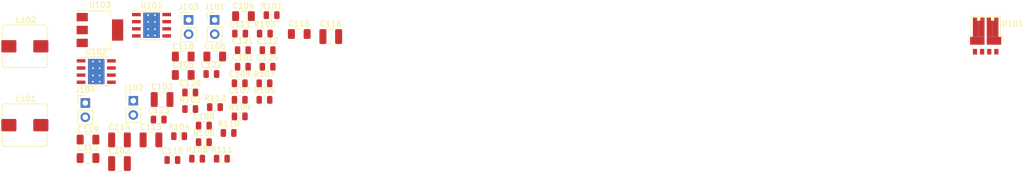
<source format=kicad_pcb>
(kicad_pcb (version 20171130) (host pcbnew "(5.1.5)-3")

  (general
    (thickness 1.6)
    (drawings 0)
    (tracks 0)
    (zones 0)
    (modules 46)
    (nets 22)
  )

  (page A4)
  (layers
    (0 F.Cu signal)
    (31 B.Cu signal)
    (32 B.Adhes user)
    (33 F.Adhes user)
    (34 B.Paste user)
    (35 F.Paste user)
    (36 B.SilkS user)
    (37 F.SilkS user)
    (38 B.Mask user)
    (39 F.Mask user)
    (40 Dwgs.User user)
    (41 Cmts.User user)
    (42 Eco1.User user)
    (43 Eco2.User user)
    (44 Edge.Cuts user)
    (45 Margin user)
    (46 B.CrtYd user)
    (47 F.CrtYd user)
    (48 B.Fab user)
    (49 F.Fab user)
  )

  (setup
    (last_trace_width 0.25)
    (user_trace_width 1)
    (trace_clearance 0.2)
    (zone_clearance 0.508)
    (zone_45_only no)
    (trace_min 0.2)
    (via_size 0.8)
    (via_drill 0.4)
    (via_min_size 0.4)
    (via_min_drill 0.3)
    (uvia_size 0.3)
    (uvia_drill 0.1)
    (uvias_allowed no)
    (uvia_min_size 0.2)
    (uvia_min_drill 0.1)
    (edge_width 0.05)
    (segment_width 0.2)
    (pcb_text_width 0.3)
    (pcb_text_size 1.5 1.5)
    (mod_edge_width 0.12)
    (mod_text_size 1 1)
    (mod_text_width 0.15)
    (pad_size 1.524 1.524)
    (pad_drill 0.762)
    (pad_to_mask_clearance 0.051)
    (solder_mask_min_width 0.25)
    (aux_axis_origin 0 0)
    (visible_elements 7FFFFFFF)
    (pcbplotparams
      (layerselection 0x010fc_ffffffff)
      (usegerberextensions false)
      (usegerberattributes false)
      (usegerberadvancedattributes false)
      (creategerberjobfile false)
      (excludeedgelayer true)
      (linewidth 0.100000)
      (plotframeref false)
      (viasonmask false)
      (mode 1)
      (useauxorigin false)
      (hpglpennumber 1)
      (hpglpenspeed 20)
      (hpglpendiameter 15.000000)
      (psnegative false)
      (psa4output false)
      (plotreference true)
      (plotvalue true)
      (plotinvisibletext false)
      (padsonsilk false)
      (subtractmaskfromsilk false)
      (outputformat 1)
      (mirror false)
      (drillshape 1)
      (scaleselection 1)
      (outputdirectory ""))
  )

  (net 0 "")
  (net 1 GND)
  (net 2 +BATT)
  (net 3 "Net-(C108-Pad1)")
  (net 4 +5V)
  (net 5 "Net-(C111-Pad1)")
  (net 6 +3V3)
  (net 7 "Net-(R101-Pad2)")
  (net 8 "Net-(R107-Pad2)")
  (net 9 "Net-(C101-Pad2)")
  (net 10 "Net-(C101-Pad1)")
  (net 11 +9V)
  (net 12 "Net-(C108-Pad2)")
  (net 13 "Net-(C109-Pad1)")
  (net 14 "Net-(C112-Pad1)")
  (net 15 "Net-(C112-Pad2)")
  (net 16 "Net-(C121-Pad2)")
  (net 17 "Net-(C121-Pad1)")
  (net 18 "Net-(C122-Pad1)")
  (net 19 "Net-(C124-Pad1)")
  (net 20 "Net-(R102-Pad2)")
  (net 21 "Net-(R108-Pad2)")

  (net_class Default "This is the default net class."
    (clearance 0.2)
    (trace_width 0.25)
    (via_dia 0.8)
    (via_drill 0.4)
    (uvia_dia 0.3)
    (uvia_drill 0.1)
    (add_net +3V3)
    (add_net +5V)
    (add_net +9V)
    (add_net +BATT)
    (add_net GND)
    (add_net "Net-(C101-Pad1)")
    (add_net "Net-(C101-Pad2)")
    (add_net "Net-(C108-Pad1)")
    (add_net "Net-(C108-Pad2)")
    (add_net "Net-(C109-Pad1)")
    (add_net "Net-(C111-Pad1)")
    (add_net "Net-(C112-Pad1)")
    (add_net "Net-(C112-Pad2)")
    (add_net "Net-(C121-Pad1)")
    (add_net "Net-(C121-Pad2)")
    (add_net "Net-(C122-Pad1)")
    (add_net "Net-(C124-Pad1)")
    (add_net "Net-(R101-Pad2)")
    (add_net "Net-(R102-Pad2)")
    (add_net "Net-(R107-Pad2)")
    (add_net "Net-(R108-Pad2)")
  )

  (module Capacitor_SMD:C_0805_2012Metric (layer F.Cu) (tedit 5B36C52B) (tstamp 5FAF07A1)
    (at 90.040201 53.964761)
    (descr "Capacitor SMD 0805 (2012 Metric), square (rectangular) end terminal, IPC_7351 nominal, (Body size source: https://docs.google.com/spreadsheets/d/1BsfQQcO9C6DZCsRaXUlFlo91Tg2WpOkGARC1WS5S8t0/edit?usp=sharing), generated with kicad-footprint-generator")
    (tags capacitor)
    (path /5F5150EE)
    (attr smd)
    (fp_text reference C101 (at 0 -1.65) (layer F.SilkS)
      (effects (font (size 1 1) (thickness 0.15)))
    )
    (fp_text value 0.1uF (at 0 1.65) (layer F.Fab)
      (effects (font (size 1 1) (thickness 0.15)))
    )
    (fp_text user %R (at 0 0) (layer F.Fab)
      (effects (font (size 0.5 0.5) (thickness 0.08)))
    )
    (fp_line (start 1.68 0.95) (end -1.68 0.95) (layer F.CrtYd) (width 0.05))
    (fp_line (start 1.68 -0.95) (end 1.68 0.95) (layer F.CrtYd) (width 0.05))
    (fp_line (start -1.68 -0.95) (end 1.68 -0.95) (layer F.CrtYd) (width 0.05))
    (fp_line (start -1.68 0.95) (end -1.68 -0.95) (layer F.CrtYd) (width 0.05))
    (fp_line (start -0.258578 0.71) (end 0.258578 0.71) (layer F.SilkS) (width 0.12))
    (fp_line (start -0.258578 -0.71) (end 0.258578 -0.71) (layer F.SilkS) (width 0.12))
    (fp_line (start 1 0.6) (end -1 0.6) (layer F.Fab) (width 0.1))
    (fp_line (start 1 -0.6) (end 1 0.6) (layer F.Fab) (width 0.1))
    (fp_line (start -1 -0.6) (end 1 -0.6) (layer F.Fab) (width 0.1))
    (fp_line (start -1 0.6) (end -1 -0.6) (layer F.Fab) (width 0.1))
    (pad 2 smd roundrect (at 0.9375 0) (size 0.975 1.4) (layers F.Cu F.Paste F.Mask) (roundrect_rratio 0.25)
      (net 9 "Net-(C101-Pad2)"))
    (pad 1 smd roundrect (at -0.9375 0) (size 0.975 1.4) (layers F.Cu F.Paste F.Mask) (roundrect_rratio 0.25)
      (net 10 "Net-(C101-Pad1)"))
    (model ${KISYS3DMOD}/Capacitor_SMD.3dshapes/C_0805_2012Metric.wrl
      (at (xyz 0 0 0))
      (scale (xyz 1 1 1))
      (rotate (xyz 0 0 0))
    )
  )

  (module Capacitor_SMD:C_1210_3225Metric (layer F.Cu) (tedit 5B301BBE) (tstamp 5FAF07B2)
    (at 68.060201 71.214761)
    (descr "Capacitor SMD 1210 (3225 Metric), square (rectangular) end terminal, IPC_7351 nominal, (Body size source: http://www.tortai-tech.com/upload/download/2011102023233369053.pdf), generated with kicad-footprint-generator")
    (tags capacitor)
    (path /5F529087)
    (attr smd)
    (fp_text reference C102 (at 0 -2.28) (layer F.SilkS)
      (effects (font (size 1 1) (thickness 0.15)))
    )
    (fp_text value 47uF (at 0 2.28) (layer F.Fab)
      (effects (font (size 1 1) (thickness 0.15)))
    )
    (fp_line (start -1.6 1.25) (end -1.6 -1.25) (layer F.Fab) (width 0.1))
    (fp_line (start -1.6 -1.25) (end 1.6 -1.25) (layer F.Fab) (width 0.1))
    (fp_line (start 1.6 -1.25) (end 1.6 1.25) (layer F.Fab) (width 0.1))
    (fp_line (start 1.6 1.25) (end -1.6 1.25) (layer F.Fab) (width 0.1))
    (fp_line (start -0.602064 -1.36) (end 0.602064 -1.36) (layer F.SilkS) (width 0.12))
    (fp_line (start -0.602064 1.36) (end 0.602064 1.36) (layer F.SilkS) (width 0.12))
    (fp_line (start -2.28 1.58) (end -2.28 -1.58) (layer F.CrtYd) (width 0.05))
    (fp_line (start -2.28 -1.58) (end 2.28 -1.58) (layer F.CrtYd) (width 0.05))
    (fp_line (start 2.28 -1.58) (end 2.28 1.58) (layer F.CrtYd) (width 0.05))
    (fp_line (start 2.28 1.58) (end -2.28 1.58) (layer F.CrtYd) (width 0.05))
    (fp_text user %R (at 0 0) (layer F.Fab)
      (effects (font (size 0.8 0.8) (thickness 0.12)))
    )
    (pad 1 smd roundrect (at -1.4 0) (size 1.25 2.65) (layers F.Cu F.Paste F.Mask) (roundrect_rratio 0.2)
      (net 11 +9V))
    (pad 2 smd roundrect (at 1.4 0) (size 1.25 2.65) (layers F.Cu F.Paste F.Mask) (roundrect_rratio 0.2)
      (net 1 GND))
    (model ${KISYS3DMOD}/Capacitor_SMD.3dshapes/C_1210_3225Metric.wrl
      (at (xyz 0 0 0))
      (scale (xyz 1 1 1))
      (rotate (xyz 0 0 0))
    )
  )

  (module Capacitor_SMD:C_1210_3225Metric (layer F.Cu) (tedit 5B301BBE) (tstamp 5FAF07C3)
    (at 75.650201 59.804761)
    (descr "Capacitor SMD 1210 (3225 Metric), square (rectangular) end terminal, IPC_7351 nominal, (Body size source: http://www.tortai-tech.com/upload/download/2011102023233369053.pdf), generated with kicad-footprint-generator")
    (tags capacitor)
    (path /5F529F25)
    (attr smd)
    (fp_text reference C103 (at 0 -2.28) (layer F.SilkS)
      (effects (font (size 1 1) (thickness 0.15)))
    )
    (fp_text value 47uF (at 0 2.28) (layer F.Fab)
      (effects (font (size 1 1) (thickness 0.15)))
    )
    (fp_text user %R (at 0 0) (layer F.Fab)
      (effects (font (size 0.8 0.8) (thickness 0.12)))
    )
    (fp_line (start 2.28 1.58) (end -2.28 1.58) (layer F.CrtYd) (width 0.05))
    (fp_line (start 2.28 -1.58) (end 2.28 1.58) (layer F.CrtYd) (width 0.05))
    (fp_line (start -2.28 -1.58) (end 2.28 -1.58) (layer F.CrtYd) (width 0.05))
    (fp_line (start -2.28 1.58) (end -2.28 -1.58) (layer F.CrtYd) (width 0.05))
    (fp_line (start -0.602064 1.36) (end 0.602064 1.36) (layer F.SilkS) (width 0.12))
    (fp_line (start -0.602064 -1.36) (end 0.602064 -1.36) (layer F.SilkS) (width 0.12))
    (fp_line (start 1.6 1.25) (end -1.6 1.25) (layer F.Fab) (width 0.1))
    (fp_line (start 1.6 -1.25) (end 1.6 1.25) (layer F.Fab) (width 0.1))
    (fp_line (start -1.6 -1.25) (end 1.6 -1.25) (layer F.Fab) (width 0.1))
    (fp_line (start -1.6 1.25) (end -1.6 -1.25) (layer F.Fab) (width 0.1))
    (pad 2 smd roundrect (at 1.4 0) (size 1.25 2.65) (layers F.Cu F.Paste F.Mask) (roundrect_rratio 0.2)
      (net 1 GND))
    (pad 1 smd roundrect (at -1.4 0) (size 1.25 2.65) (layers F.Cu F.Paste F.Mask) (roundrect_rratio 0.2)
      (net 11 +9V))
    (model ${KISYS3DMOD}/Capacitor_SMD.3dshapes/C_1210_3225Metric.wrl
      (at (xyz 0 0 0))
      (scale (xyz 1 1 1))
      (rotate (xyz 0 0 0))
    )
  )

  (module Capacitor_SMD:C_1206_3216Metric (layer F.Cu) (tedit 5B301BBE) (tstamp 5FAF07D4)
    (at 90.150201 44.944761)
    (descr "Capacitor SMD 1206 (3216 Metric), square (rectangular) end terminal, IPC_7351 nominal, (Body size source: http://www.tortai-tech.com/upload/download/2011102023233369053.pdf), generated with kicad-footprint-generator")
    (tags capacitor)
    (path /5FA4E7AF)
    (attr smd)
    (fp_text reference C104 (at 0 -1.82) (layer F.SilkS)
      (effects (font (size 1 1) (thickness 0.15)))
    )
    (fp_text value 10uF (at 0 1.82) (layer F.Fab)
      (effects (font (size 1 1) (thickness 0.15)))
    )
    (fp_line (start -1.6 0.8) (end -1.6 -0.8) (layer F.Fab) (width 0.1))
    (fp_line (start -1.6 -0.8) (end 1.6 -0.8) (layer F.Fab) (width 0.1))
    (fp_line (start 1.6 -0.8) (end 1.6 0.8) (layer F.Fab) (width 0.1))
    (fp_line (start 1.6 0.8) (end -1.6 0.8) (layer F.Fab) (width 0.1))
    (fp_line (start -0.602064 -0.91) (end 0.602064 -0.91) (layer F.SilkS) (width 0.12))
    (fp_line (start -0.602064 0.91) (end 0.602064 0.91) (layer F.SilkS) (width 0.12))
    (fp_line (start -2.28 1.12) (end -2.28 -1.12) (layer F.CrtYd) (width 0.05))
    (fp_line (start -2.28 -1.12) (end 2.28 -1.12) (layer F.CrtYd) (width 0.05))
    (fp_line (start 2.28 -1.12) (end 2.28 1.12) (layer F.CrtYd) (width 0.05))
    (fp_line (start 2.28 1.12) (end -2.28 1.12) (layer F.CrtYd) (width 0.05))
    (fp_text user %R (at 0 0) (layer F.Fab)
      (effects (font (size 0.8 0.8) (thickness 0.12)))
    )
    (pad 1 smd roundrect (at -1.4 0) (size 1.25 1.75) (layers F.Cu F.Paste F.Mask) (roundrect_rratio 0.2)
      (net 2 +BATT))
    (pad 2 smd roundrect (at 1.4 0) (size 1.25 1.75) (layers F.Cu F.Paste F.Mask) (roundrect_rratio 0.2)
      (net 1 GND))
    (model ${KISYS3DMOD}/Capacitor_SMD.3dshapes/C_1206_3216Metric.wrl
      (at (xyz 0 0 0))
      (scale (xyz 1 1 1))
      (rotate (xyz 0 0 0))
    )
  )

  (module Capacitor_SMD:C_1206_3216Metric (layer F.Cu) (tedit 5B301BBE) (tstamp 5FAF07E5)
    (at 79.420201 55.434761)
    (descr "Capacitor SMD 1206 (3216 Metric), square (rectangular) end terminal, IPC_7351 nominal, (Body size source: http://www.tortai-tech.com/upload/download/2011102023233369053.pdf), generated with kicad-footprint-generator")
    (tags capacitor)
    (path /5FA4AA5A)
    (attr smd)
    (fp_text reference C105 (at 0 -1.82) (layer F.SilkS)
      (effects (font (size 1 1) (thickness 0.15)))
    )
    (fp_text value 10uF (at 0 1.82) (layer F.Fab)
      (effects (font (size 1 1) (thickness 0.15)))
    )
    (fp_line (start -1.6 0.8) (end -1.6 -0.8) (layer F.Fab) (width 0.1))
    (fp_line (start -1.6 -0.8) (end 1.6 -0.8) (layer F.Fab) (width 0.1))
    (fp_line (start 1.6 -0.8) (end 1.6 0.8) (layer F.Fab) (width 0.1))
    (fp_line (start 1.6 0.8) (end -1.6 0.8) (layer F.Fab) (width 0.1))
    (fp_line (start -0.602064 -0.91) (end 0.602064 -0.91) (layer F.SilkS) (width 0.12))
    (fp_line (start -0.602064 0.91) (end 0.602064 0.91) (layer F.SilkS) (width 0.12))
    (fp_line (start -2.28 1.12) (end -2.28 -1.12) (layer F.CrtYd) (width 0.05))
    (fp_line (start -2.28 -1.12) (end 2.28 -1.12) (layer F.CrtYd) (width 0.05))
    (fp_line (start 2.28 -1.12) (end 2.28 1.12) (layer F.CrtYd) (width 0.05))
    (fp_line (start 2.28 1.12) (end -2.28 1.12) (layer F.CrtYd) (width 0.05))
    (fp_text user %R (at 0 0) (layer F.Fab)
      (effects (font (size 0.8 0.8) (thickness 0.12)))
    )
    (pad 1 smd roundrect (at -1.4 0) (size 1.25 1.75) (layers F.Cu F.Paste F.Mask) (roundrect_rratio 0.2)
      (net 2 +BATT))
    (pad 2 smd roundrect (at 1.4 0) (size 1.25 1.75) (layers F.Cu F.Paste F.Mask) (roundrect_rratio 0.2)
      (net 1 GND))
    (model ${KISYS3DMOD}/Capacitor_SMD.3dshapes/C_1206_3216Metric.wrl
      (at (xyz 0 0 0))
      (scale (xyz 1 1 1))
      (rotate (xyz 0 0 0))
    )
  )

  (module Capacitor_SMD:C_1206_3216Metric (layer F.Cu) (tedit 5B301BBE) (tstamp 5FAF07F6)
    (at 85.030201 52.144761)
    (descr "Capacitor SMD 1206 (3216 Metric), square (rectangular) end terminal, IPC_7351 nominal, (Body size source: http://www.tortai-tech.com/upload/download/2011102023233369053.pdf), generated with kicad-footprint-generator")
    (tags capacitor)
    (path /5F53D91F)
    (attr smd)
    (fp_text reference C106 (at 0 -1.82) (layer F.SilkS)
      (effects (font (size 1 1) (thickness 0.15)))
    )
    (fp_text value 10uF (at 0 1.82) (layer F.Fab)
      (effects (font (size 1 1) (thickness 0.15)))
    )
    (fp_text user %R (at 0 0) (layer F.Fab)
      (effects (font (size 0.8 0.8) (thickness 0.12)))
    )
    (fp_line (start 2.28 1.12) (end -2.28 1.12) (layer F.CrtYd) (width 0.05))
    (fp_line (start 2.28 -1.12) (end 2.28 1.12) (layer F.CrtYd) (width 0.05))
    (fp_line (start -2.28 -1.12) (end 2.28 -1.12) (layer F.CrtYd) (width 0.05))
    (fp_line (start -2.28 1.12) (end -2.28 -1.12) (layer F.CrtYd) (width 0.05))
    (fp_line (start -0.602064 0.91) (end 0.602064 0.91) (layer F.SilkS) (width 0.12))
    (fp_line (start -0.602064 -0.91) (end 0.602064 -0.91) (layer F.SilkS) (width 0.12))
    (fp_line (start 1.6 0.8) (end -1.6 0.8) (layer F.Fab) (width 0.1))
    (fp_line (start 1.6 -0.8) (end 1.6 0.8) (layer F.Fab) (width 0.1))
    (fp_line (start -1.6 -0.8) (end 1.6 -0.8) (layer F.Fab) (width 0.1))
    (fp_line (start -1.6 0.8) (end -1.6 -0.8) (layer F.Fab) (width 0.1))
    (pad 2 smd roundrect (at 1.4 0) (size 1.25 1.75) (layers F.Cu F.Paste F.Mask) (roundrect_rratio 0.2)
      (net 1 GND))
    (pad 1 smd roundrect (at -1.4 0) (size 1.25 1.75) (layers F.Cu F.Paste F.Mask) (roundrect_rratio 0.2)
      (net 2 +BATT))
    (model ${KISYS3DMOD}/Capacitor_SMD.3dshapes/C_1206_3216Metric.wrl
      (at (xyz 0 0 0))
      (scale (xyz 1 1 1))
      (rotate (xyz 0 0 0))
    )
  )

  (module Capacitor_SMD:C_0805_2012Metric (layer F.Cu) (tedit 5B36C52B) (tstamp 5FAF0807)
    (at 89.480201 59.864761)
    (descr "Capacitor SMD 0805 (2012 Metric), square (rectangular) end terminal, IPC_7351 nominal, (Body size source: https://docs.google.com/spreadsheets/d/1BsfQQcO9C6DZCsRaXUlFlo91Tg2WpOkGARC1WS5S8t0/edit?usp=sharing), generated with kicad-footprint-generator")
    (tags capacitor)
    (path /5F54598C)
    (attr smd)
    (fp_text reference C107 (at 0 -1.65) (layer F.SilkS)
      (effects (font (size 1 1) (thickness 0.15)))
    )
    (fp_text value 0.1uF (at 0 1.65) (layer F.Fab)
      (effects (font (size 1 1) (thickness 0.15)))
    )
    (fp_line (start -1 0.6) (end -1 -0.6) (layer F.Fab) (width 0.1))
    (fp_line (start -1 -0.6) (end 1 -0.6) (layer F.Fab) (width 0.1))
    (fp_line (start 1 -0.6) (end 1 0.6) (layer F.Fab) (width 0.1))
    (fp_line (start 1 0.6) (end -1 0.6) (layer F.Fab) (width 0.1))
    (fp_line (start -0.258578 -0.71) (end 0.258578 -0.71) (layer F.SilkS) (width 0.12))
    (fp_line (start -0.258578 0.71) (end 0.258578 0.71) (layer F.SilkS) (width 0.12))
    (fp_line (start -1.68 0.95) (end -1.68 -0.95) (layer F.CrtYd) (width 0.05))
    (fp_line (start -1.68 -0.95) (end 1.68 -0.95) (layer F.CrtYd) (width 0.05))
    (fp_line (start 1.68 -0.95) (end 1.68 0.95) (layer F.CrtYd) (width 0.05))
    (fp_line (start 1.68 0.95) (end -1.68 0.95) (layer F.CrtYd) (width 0.05))
    (fp_text user %R (at 0 0) (layer F.Fab)
      (effects (font (size 0.5 0.5) (thickness 0.08)))
    )
    (pad 1 smd roundrect (at -0.9375 0) (size 0.975 1.4) (layers F.Cu F.Paste F.Mask) (roundrect_rratio 0.25)
      (net 2 +BATT))
    (pad 2 smd roundrect (at 0.9375 0) (size 0.975 1.4) (layers F.Cu F.Paste F.Mask) (roundrect_rratio 0.25)
      (net 1 GND))
    (model ${KISYS3DMOD}/Capacitor_SMD.3dshapes/C_0805_2012Metric.wrl
      (at (xyz 0 0 0))
      (scale (xyz 1 1 1))
      (rotate (xyz 0 0 0))
    )
  )

  (module Capacitor_SMD:C_0805_2012Metric (layer F.Cu) (tedit 5B36C52B) (tstamp 5FAF0818)
    (at 83.090201 64.454761)
    (descr "Capacitor SMD 0805 (2012 Metric), square (rectangular) end terminal, IPC_7351 nominal, (Body size source: https://docs.google.com/spreadsheets/d/1BsfQQcO9C6DZCsRaXUlFlo91Tg2WpOkGARC1WS5S8t0/edit?usp=sharing), generated with kicad-footprint-generator")
    (tags capacitor)
    (path /5F513B2F)
    (attr smd)
    (fp_text reference C108 (at 0 -1.65) (layer F.SilkS)
      (effects (font (size 1 1) (thickness 0.15)))
    )
    (fp_text value 2200pF (at 0 1.65) (layer F.Fab)
      (effects (font (size 1 1) (thickness 0.15)))
    )
    (fp_line (start -1 0.6) (end -1 -0.6) (layer F.Fab) (width 0.1))
    (fp_line (start -1 -0.6) (end 1 -0.6) (layer F.Fab) (width 0.1))
    (fp_line (start 1 -0.6) (end 1 0.6) (layer F.Fab) (width 0.1))
    (fp_line (start 1 0.6) (end -1 0.6) (layer F.Fab) (width 0.1))
    (fp_line (start -0.258578 -0.71) (end 0.258578 -0.71) (layer F.SilkS) (width 0.12))
    (fp_line (start -0.258578 0.71) (end 0.258578 0.71) (layer F.SilkS) (width 0.12))
    (fp_line (start -1.68 0.95) (end -1.68 -0.95) (layer F.CrtYd) (width 0.05))
    (fp_line (start -1.68 -0.95) (end 1.68 -0.95) (layer F.CrtYd) (width 0.05))
    (fp_line (start 1.68 -0.95) (end 1.68 0.95) (layer F.CrtYd) (width 0.05))
    (fp_line (start 1.68 0.95) (end -1.68 0.95) (layer F.CrtYd) (width 0.05))
    (fp_text user %R (at 0 0) (layer F.Fab)
      (effects (font (size 0.5 0.5) (thickness 0.08)))
    )
    (pad 1 smd roundrect (at -0.9375 0) (size 0.975 1.4) (layers F.Cu F.Paste F.Mask) (roundrect_rratio 0.25)
      (net 3 "Net-(C108-Pad1)"))
    (pad 2 smd roundrect (at 0.9375 0) (size 0.975 1.4) (layers F.Cu F.Paste F.Mask) (roundrect_rratio 0.25)
      (net 12 "Net-(C108-Pad2)"))
    (model ${KISYS3DMOD}/Capacitor_SMD.3dshapes/C_0805_2012Metric.wrl
      (at (xyz 0 0 0))
      (scale (xyz 1 1 1))
      (rotate (xyz 0 0 0))
    )
  )

  (module Capacitor_SMD:C_0805_2012Metric (layer F.Cu) (tedit 5B36C52B) (tstamp 5FAF0829)
    (at 89.480201 56.914761)
    (descr "Capacitor SMD 0805 (2012 Metric), square (rectangular) end terminal, IPC_7351 nominal, (Body size source: https://docs.google.com/spreadsheets/d/1BsfQQcO9C6DZCsRaXUlFlo91Tg2WpOkGARC1WS5S8t0/edit?usp=sharing), generated with kicad-footprint-generator")
    (tags capacitor)
    (path /5F51A79A)
    (attr smd)
    (fp_text reference C109 (at 0 -1.65) (layer F.SilkS)
      (effects (font (size 1 1) (thickness 0.15)))
    )
    (fp_text value 22000pF (at 0 1.65) (layer F.Fab)
      (effects (font (size 1 1) (thickness 0.15)))
    )
    (fp_text user %R (at 0 0) (layer F.Fab)
      (effects (font (size 0.5 0.5) (thickness 0.08)))
    )
    (fp_line (start 1.68 0.95) (end -1.68 0.95) (layer F.CrtYd) (width 0.05))
    (fp_line (start 1.68 -0.95) (end 1.68 0.95) (layer F.CrtYd) (width 0.05))
    (fp_line (start -1.68 -0.95) (end 1.68 -0.95) (layer F.CrtYd) (width 0.05))
    (fp_line (start -1.68 0.95) (end -1.68 -0.95) (layer F.CrtYd) (width 0.05))
    (fp_line (start -0.258578 0.71) (end 0.258578 0.71) (layer F.SilkS) (width 0.12))
    (fp_line (start -0.258578 -0.71) (end 0.258578 -0.71) (layer F.SilkS) (width 0.12))
    (fp_line (start 1 0.6) (end -1 0.6) (layer F.Fab) (width 0.1))
    (fp_line (start 1 -0.6) (end 1 0.6) (layer F.Fab) (width 0.1))
    (fp_line (start -1 -0.6) (end 1 -0.6) (layer F.Fab) (width 0.1))
    (fp_line (start -1 0.6) (end -1 -0.6) (layer F.Fab) (width 0.1))
    (pad 2 smd roundrect (at 0.9375 0) (size 0.975 1.4) (layers F.Cu F.Paste F.Mask) (roundrect_rratio 0.25)
      (net 1 GND))
    (pad 1 smd roundrect (at -0.9375 0) (size 0.975 1.4) (layers F.Cu F.Paste F.Mask) (roundrect_rratio 0.25)
      (net 13 "Net-(C109-Pad1)"))
    (model ${KISYS3DMOD}/Capacitor_SMD.3dshapes/C_0805_2012Metric.wrl
      (at (xyz 0 0 0))
      (scale (xyz 1 1 1))
      (rotate (xyz 0 0 0))
    )
  )

  (module Capacitor_SMD:C_0805_2012Metric (layer F.Cu) (tedit 5B36C52B) (tstamp 5FAF083A)
    (at 77.480201 70.584761)
    (descr "Capacitor SMD 0805 (2012 Metric), square (rectangular) end terminal, IPC_7351 nominal, (Body size source: https://docs.google.com/spreadsheets/d/1BsfQQcO9C6DZCsRaXUlFlo91Tg2WpOkGARC1WS5S8t0/edit?usp=sharing), generated with kicad-footprint-generator")
    (tags capacitor)
    (path /5F513414)
    (attr smd)
    (fp_text reference C110 (at 0 -1.65) (layer F.SilkS)
      (effects (font (size 1 1) (thickness 0.15)))
    )
    (fp_text value 22pF (at 0 1.65) (layer F.Fab)
      (effects (font (size 1 1) (thickness 0.15)))
    )
    (fp_line (start -1 0.6) (end -1 -0.6) (layer F.Fab) (width 0.1))
    (fp_line (start -1 -0.6) (end 1 -0.6) (layer F.Fab) (width 0.1))
    (fp_line (start 1 -0.6) (end 1 0.6) (layer F.Fab) (width 0.1))
    (fp_line (start 1 0.6) (end -1 0.6) (layer F.Fab) (width 0.1))
    (fp_line (start -0.258578 -0.71) (end 0.258578 -0.71) (layer F.SilkS) (width 0.12))
    (fp_line (start -0.258578 0.71) (end 0.258578 0.71) (layer F.SilkS) (width 0.12))
    (fp_line (start -1.68 0.95) (end -1.68 -0.95) (layer F.CrtYd) (width 0.05))
    (fp_line (start -1.68 -0.95) (end 1.68 -0.95) (layer F.CrtYd) (width 0.05))
    (fp_line (start 1.68 -0.95) (end 1.68 0.95) (layer F.CrtYd) (width 0.05))
    (fp_line (start 1.68 0.95) (end -1.68 0.95) (layer F.CrtYd) (width 0.05))
    (fp_text user %R (at 0 0) (layer F.Fab)
      (effects (font (size 0.5 0.5) (thickness 0.08)))
    )
    (pad 1 smd roundrect (at -0.9375 0) (size 0.975 1.4) (layers F.Cu F.Paste F.Mask) (roundrect_rratio 0.25)
      (net 3 "Net-(C108-Pad1)"))
    (pad 2 smd roundrect (at 0.9375 0) (size 0.975 1.4) (layers F.Cu F.Paste F.Mask) (roundrect_rratio 0.25)
      (net 1 GND))
    (model ${KISYS3DMOD}/Capacitor_SMD.3dshapes/C_0805_2012Metric.wrl
      (at (xyz 0 0 0))
      (scale (xyz 1 1 1))
      (rotate (xyz 0 0 0))
    )
  )

  (module Capacitor_SMD:C_0805_2012Metric (layer F.Cu) (tedit 5B36C52B) (tstamp 5FAF084B)
    (at 89.550201 48.064761)
    (descr "Capacitor SMD 0805 (2012 Metric), square (rectangular) end terminal, IPC_7351 nominal, (Body size source: https://docs.google.com/spreadsheets/d/1BsfQQcO9C6DZCsRaXUlFlo91Tg2WpOkGARC1WS5S8t0/edit?usp=sharing), generated with kicad-footprint-generator")
    (tags capacitor)
    (path /5FA6213A)
    (attr smd)
    (fp_text reference C111 (at 0 -1.65) (layer F.SilkS)
      (effects (font (size 1 1) (thickness 0.15)))
    )
    (fp_text value C (at 0 1.65) (layer F.Fab)
      (effects (font (size 1 1) (thickness 0.15)))
    )
    (fp_line (start -1 0.6) (end -1 -0.6) (layer F.Fab) (width 0.1))
    (fp_line (start -1 -0.6) (end 1 -0.6) (layer F.Fab) (width 0.1))
    (fp_line (start 1 -0.6) (end 1 0.6) (layer F.Fab) (width 0.1))
    (fp_line (start 1 0.6) (end -1 0.6) (layer F.Fab) (width 0.1))
    (fp_line (start -0.258578 -0.71) (end 0.258578 -0.71) (layer F.SilkS) (width 0.12))
    (fp_line (start -0.258578 0.71) (end 0.258578 0.71) (layer F.SilkS) (width 0.12))
    (fp_line (start -1.68 0.95) (end -1.68 -0.95) (layer F.CrtYd) (width 0.05))
    (fp_line (start -1.68 -0.95) (end 1.68 -0.95) (layer F.CrtYd) (width 0.05))
    (fp_line (start 1.68 -0.95) (end 1.68 0.95) (layer F.CrtYd) (width 0.05))
    (fp_line (start 1.68 0.95) (end -1.68 0.95) (layer F.CrtYd) (width 0.05))
    (fp_text user %R (at 0 0) (layer F.Fab)
      (effects (font (size 0.5 0.5) (thickness 0.08)))
    )
    (pad 1 smd roundrect (at -0.9375 0) (size 0.975 1.4) (layers F.Cu F.Paste F.Mask) (roundrect_rratio 0.25)
      (net 5 "Net-(C111-Pad1)"))
    (pad 2 smd roundrect (at 0.9375 0) (size 0.975 1.4) (layers F.Cu F.Paste F.Mask) (roundrect_rratio 0.25)
      (net 1 GND))
    (model ${KISYS3DMOD}/Capacitor_SMD.3dshapes/C_0805_2012Metric.wrl
      (at (xyz 0 0 0))
      (scale (xyz 1 1 1))
      (rotate (xyz 0 0 0))
    )
  )

  (module Capacitor_SMD:C_0805_2012Metric (layer F.Cu) (tedit 5B36C52B) (tstamp 5FAF085C)
    (at 94.450201 51.014761)
    (descr "Capacitor SMD 0805 (2012 Metric), square (rectangular) end terminal, IPC_7351 nominal, (Body size source: https://docs.google.com/spreadsheets/d/1BsfQQcO9C6DZCsRaXUlFlo91Tg2WpOkGARC1WS5S8t0/edit?usp=sharing), generated with kicad-footprint-generator")
    (tags capacitor)
    (path /5FB05D62)
    (attr smd)
    (fp_text reference C112 (at 0 -1.65) (layer F.SilkS)
      (effects (font (size 1 1) (thickness 0.15)))
    )
    (fp_text value 0.1uF (at 0 1.65) (layer F.Fab)
      (effects (font (size 1 1) (thickness 0.15)))
    )
    (fp_line (start -1 0.6) (end -1 -0.6) (layer F.Fab) (width 0.1))
    (fp_line (start -1 -0.6) (end 1 -0.6) (layer F.Fab) (width 0.1))
    (fp_line (start 1 -0.6) (end 1 0.6) (layer F.Fab) (width 0.1))
    (fp_line (start 1 0.6) (end -1 0.6) (layer F.Fab) (width 0.1))
    (fp_line (start -0.258578 -0.71) (end 0.258578 -0.71) (layer F.SilkS) (width 0.12))
    (fp_line (start -0.258578 0.71) (end 0.258578 0.71) (layer F.SilkS) (width 0.12))
    (fp_line (start -1.68 0.95) (end -1.68 -0.95) (layer F.CrtYd) (width 0.05))
    (fp_line (start -1.68 -0.95) (end 1.68 -0.95) (layer F.CrtYd) (width 0.05))
    (fp_line (start 1.68 -0.95) (end 1.68 0.95) (layer F.CrtYd) (width 0.05))
    (fp_line (start 1.68 0.95) (end -1.68 0.95) (layer F.CrtYd) (width 0.05))
    (fp_text user %R (at 0 0) (layer F.Fab)
      (effects (font (size 0.5 0.5) (thickness 0.08)))
    )
    (pad 1 smd roundrect (at -0.9375 0) (size 0.975 1.4) (layers F.Cu F.Paste F.Mask) (roundrect_rratio 0.25)
      (net 14 "Net-(C112-Pad1)"))
    (pad 2 smd roundrect (at 0.9375 0) (size 0.975 1.4) (layers F.Cu F.Paste F.Mask) (roundrect_rratio 0.25)
      (net 15 "Net-(C112-Pad2)"))
    (model ${KISYS3DMOD}/Capacitor_SMD.3dshapes/C_0805_2012Metric.wrl
      (at (xyz 0 0 0))
      (scale (xyz 1 1 1))
      (rotate (xyz 0 0 0))
    )
  )

  (module Capacitor_SMD:C_1210_3225Metric (layer F.Cu) (tedit 5B301BBE) (tstamp 5FAF086D)
    (at 73.670201 67.004761)
    (descr "Capacitor SMD 1210 (3225 Metric), square (rectangular) end terminal, IPC_7351 nominal, (Body size source: http://www.tortai-tech.com/upload/download/2011102023233369053.pdf), generated with kicad-footprint-generator")
    (tags capacitor)
    (path /5FB05DAC)
    (attr smd)
    (fp_text reference C113 (at 0 -2.28) (layer F.SilkS)
      (effects (font (size 1 1) (thickness 0.15)))
    )
    (fp_text value 47uF (at 0 2.28) (layer F.Fab)
      (effects (font (size 1 1) (thickness 0.15)))
    )
    (fp_line (start -1.6 1.25) (end -1.6 -1.25) (layer F.Fab) (width 0.1))
    (fp_line (start -1.6 -1.25) (end 1.6 -1.25) (layer F.Fab) (width 0.1))
    (fp_line (start 1.6 -1.25) (end 1.6 1.25) (layer F.Fab) (width 0.1))
    (fp_line (start 1.6 1.25) (end -1.6 1.25) (layer F.Fab) (width 0.1))
    (fp_line (start -0.602064 -1.36) (end 0.602064 -1.36) (layer F.SilkS) (width 0.12))
    (fp_line (start -0.602064 1.36) (end 0.602064 1.36) (layer F.SilkS) (width 0.12))
    (fp_line (start -2.28 1.58) (end -2.28 -1.58) (layer F.CrtYd) (width 0.05))
    (fp_line (start -2.28 -1.58) (end 2.28 -1.58) (layer F.CrtYd) (width 0.05))
    (fp_line (start 2.28 -1.58) (end 2.28 1.58) (layer F.CrtYd) (width 0.05))
    (fp_line (start 2.28 1.58) (end -2.28 1.58) (layer F.CrtYd) (width 0.05))
    (fp_text user %R (at 0 0) (layer F.Fab)
      (effects (font (size 0.8 0.8) (thickness 0.12)))
    )
    (pad 1 smd roundrect (at -1.4 0) (size 1.25 2.65) (layers F.Cu F.Paste F.Mask) (roundrect_rratio 0.2)
      (net 4 +5V))
    (pad 2 smd roundrect (at 1.4 0) (size 1.25 2.65) (layers F.Cu F.Paste F.Mask) (roundrect_rratio 0.2)
      (net 1 GND))
    (model ${KISYS3DMOD}/Capacitor_SMD.3dshapes/C_1210_3225Metric.wrl
      (at (xyz 0 0 0))
      (scale (xyz 1 1 1))
      (rotate (xyz 0 0 0))
    )
  )

  (module Capacitor_SMD:C_1210_3225Metric (layer F.Cu) (tedit 5B301BBE) (tstamp 5FAF087E)
    (at 68.060201 67.004761)
    (descr "Capacitor SMD 1210 (3225 Metric), square (rectangular) end terminal, IPC_7351 nominal, (Body size source: http://www.tortai-tech.com/upload/download/2011102023233369053.pdf), generated with kicad-footprint-generator")
    (tags capacitor)
    (path /5FB05DB2)
    (attr smd)
    (fp_text reference C114 (at 0 -2.28) (layer F.SilkS)
      (effects (font (size 1 1) (thickness 0.15)))
    )
    (fp_text value 47uF (at 0 2.28) (layer F.Fab)
      (effects (font (size 1 1) (thickness 0.15)))
    )
    (fp_text user %R (at 0 0) (layer F.Fab)
      (effects (font (size 0.8 0.8) (thickness 0.12)))
    )
    (fp_line (start 2.28 1.58) (end -2.28 1.58) (layer F.CrtYd) (width 0.05))
    (fp_line (start 2.28 -1.58) (end 2.28 1.58) (layer F.CrtYd) (width 0.05))
    (fp_line (start -2.28 -1.58) (end 2.28 -1.58) (layer F.CrtYd) (width 0.05))
    (fp_line (start -2.28 1.58) (end -2.28 -1.58) (layer F.CrtYd) (width 0.05))
    (fp_line (start -0.602064 1.36) (end 0.602064 1.36) (layer F.SilkS) (width 0.12))
    (fp_line (start -0.602064 -1.36) (end 0.602064 -1.36) (layer F.SilkS) (width 0.12))
    (fp_line (start 1.6 1.25) (end -1.6 1.25) (layer F.Fab) (width 0.1))
    (fp_line (start 1.6 -1.25) (end 1.6 1.25) (layer F.Fab) (width 0.1))
    (fp_line (start -1.6 -1.25) (end 1.6 -1.25) (layer F.Fab) (width 0.1))
    (fp_line (start -1.6 1.25) (end -1.6 -1.25) (layer F.Fab) (width 0.1))
    (pad 2 smd roundrect (at 1.4 0) (size 1.25 2.65) (layers F.Cu F.Paste F.Mask) (roundrect_rratio 0.2)
      (net 1 GND))
    (pad 1 smd roundrect (at -1.4 0) (size 1.25 2.65) (layers F.Cu F.Paste F.Mask) (roundrect_rratio 0.2)
      (net 4 +5V))
    (model ${KISYS3DMOD}/Capacitor_SMD.3dshapes/C_1210_3225Metric.wrl
      (at (xyz 0 0 0))
      (scale (xyz 1 1 1))
      (rotate (xyz 0 0 0))
    )
  )

  (module Capacitor_SMD:C_1206_3216Metric (layer F.Cu) (tedit 5B301BBE) (tstamp 5FAF08B1)
    (at 62.450201 70.234761)
    (descr "Capacitor SMD 1206 (3216 Metric), square (rectangular) end terminal, IPC_7351 nominal, (Body size source: http://www.tortai-tech.com/upload/download/2011102023233369053.pdf), generated with kicad-footprint-generator")
    (tags capacitor)
    (path /5FB05E0D)
    (attr smd)
    (fp_text reference C117 (at 0 -1.82) (layer F.SilkS)
      (effects (font (size 1 1) (thickness 0.15)))
    )
    (fp_text value 10uF (at 0 1.82) (layer F.Fab)
      (effects (font (size 1 1) (thickness 0.15)))
    )
    (fp_line (start -1.6 0.8) (end -1.6 -0.8) (layer F.Fab) (width 0.1))
    (fp_line (start -1.6 -0.8) (end 1.6 -0.8) (layer F.Fab) (width 0.1))
    (fp_line (start 1.6 -0.8) (end 1.6 0.8) (layer F.Fab) (width 0.1))
    (fp_line (start 1.6 0.8) (end -1.6 0.8) (layer F.Fab) (width 0.1))
    (fp_line (start -0.602064 -0.91) (end 0.602064 -0.91) (layer F.SilkS) (width 0.12))
    (fp_line (start -0.602064 0.91) (end 0.602064 0.91) (layer F.SilkS) (width 0.12))
    (fp_line (start -2.28 1.12) (end -2.28 -1.12) (layer F.CrtYd) (width 0.05))
    (fp_line (start -2.28 -1.12) (end 2.28 -1.12) (layer F.CrtYd) (width 0.05))
    (fp_line (start 2.28 -1.12) (end 2.28 1.12) (layer F.CrtYd) (width 0.05))
    (fp_line (start 2.28 1.12) (end -2.28 1.12) (layer F.CrtYd) (width 0.05))
    (fp_text user %R (at 0 0) (layer F.Fab)
      (effects (font (size 0.8 0.8) (thickness 0.12)))
    )
    (pad 1 smd roundrect (at -1.4 0) (size 1.25 1.75) (layers F.Cu F.Paste F.Mask) (roundrect_rratio 0.2)
      (net 2 +BATT))
    (pad 2 smd roundrect (at 1.4 0) (size 1.25 1.75) (layers F.Cu F.Paste F.Mask) (roundrect_rratio 0.2)
      (net 1 GND))
    (model ${KISYS3DMOD}/Capacitor_SMD.3dshapes/C_1206_3216Metric.wrl
      (at (xyz 0 0 0))
      (scale (xyz 1 1 1))
      (rotate (xyz 0 0 0))
    )
  )

  (module Capacitor_SMD:C_1206_3216Metric (layer F.Cu) (tedit 5B301BBE) (tstamp 5FAF08C2)
    (at 79.420201 52.144761)
    (descr "Capacitor SMD 1206 (3216 Metric), square (rectangular) end terminal, IPC_7351 nominal, (Body size source: http://www.tortai-tech.com/upload/download/2011102023233369053.pdf), generated with kicad-footprint-generator")
    (tags capacitor)
    (path /5FB05E07)
    (attr smd)
    (fp_text reference C118 (at 0 -1.82) (layer F.SilkS)
      (effects (font (size 1 1) (thickness 0.15)))
    )
    (fp_text value 10uF (at 0 1.82) (layer F.Fab)
      (effects (font (size 1 1) (thickness 0.15)))
    )
    (fp_text user %R (at 0 0) (layer F.Fab)
      (effects (font (size 0.8 0.8) (thickness 0.12)))
    )
    (fp_line (start 2.28 1.12) (end -2.28 1.12) (layer F.CrtYd) (width 0.05))
    (fp_line (start 2.28 -1.12) (end 2.28 1.12) (layer F.CrtYd) (width 0.05))
    (fp_line (start -2.28 -1.12) (end 2.28 -1.12) (layer F.CrtYd) (width 0.05))
    (fp_line (start -2.28 1.12) (end -2.28 -1.12) (layer F.CrtYd) (width 0.05))
    (fp_line (start -0.602064 0.91) (end 0.602064 0.91) (layer F.SilkS) (width 0.12))
    (fp_line (start -0.602064 -0.91) (end 0.602064 -0.91) (layer F.SilkS) (width 0.12))
    (fp_line (start 1.6 0.8) (end -1.6 0.8) (layer F.Fab) (width 0.1))
    (fp_line (start 1.6 -0.8) (end 1.6 0.8) (layer F.Fab) (width 0.1))
    (fp_line (start -1.6 -0.8) (end 1.6 -0.8) (layer F.Fab) (width 0.1))
    (fp_line (start -1.6 0.8) (end -1.6 -0.8) (layer F.Fab) (width 0.1))
    (pad 2 smd roundrect (at 1.4 0) (size 1.25 1.75) (layers F.Cu F.Paste F.Mask) (roundrect_rratio 0.2)
      (net 1 GND))
    (pad 1 smd roundrect (at -1.4 0) (size 1.25 1.75) (layers F.Cu F.Paste F.Mask) (roundrect_rratio 0.2)
      (net 2 +BATT))
    (model ${KISYS3DMOD}/Capacitor_SMD.3dshapes/C_1206_3216Metric.wrl
      (at (xyz 0 0 0))
      (scale (xyz 1 1 1))
      (rotate (xyz 0 0 0))
    )
  )

  (module Capacitor_SMD:C_1206_3216Metric (layer F.Cu) (tedit 5B301BBE) (tstamp 5FAF08D3)
    (at 62.450201 66.944761)
    (descr "Capacitor SMD 1206 (3216 Metric), square (rectangular) end terminal, IPC_7351 nominal, (Body size source: http://www.tortai-tech.com/upload/download/2011102023233369053.pdf), generated with kicad-footprint-generator")
    (tags capacitor)
    (path /5FB05DDC)
    (attr smd)
    (fp_text reference C119 (at 0 -1.82) (layer F.SilkS)
      (effects (font (size 1 1) (thickness 0.15)))
    )
    (fp_text value 10uF (at 0 1.82) (layer F.Fab)
      (effects (font (size 1 1) (thickness 0.15)))
    )
    (fp_text user %R (at 0 0) (layer F.Fab)
      (effects (font (size 0.8 0.8) (thickness 0.12)))
    )
    (fp_line (start 2.28 1.12) (end -2.28 1.12) (layer F.CrtYd) (width 0.05))
    (fp_line (start 2.28 -1.12) (end 2.28 1.12) (layer F.CrtYd) (width 0.05))
    (fp_line (start -2.28 -1.12) (end 2.28 -1.12) (layer F.CrtYd) (width 0.05))
    (fp_line (start -2.28 1.12) (end -2.28 -1.12) (layer F.CrtYd) (width 0.05))
    (fp_line (start -0.602064 0.91) (end 0.602064 0.91) (layer F.SilkS) (width 0.12))
    (fp_line (start -0.602064 -0.91) (end 0.602064 -0.91) (layer F.SilkS) (width 0.12))
    (fp_line (start 1.6 0.8) (end -1.6 0.8) (layer F.Fab) (width 0.1))
    (fp_line (start 1.6 -0.8) (end 1.6 0.8) (layer F.Fab) (width 0.1))
    (fp_line (start -1.6 -0.8) (end 1.6 -0.8) (layer F.Fab) (width 0.1))
    (fp_line (start -1.6 0.8) (end -1.6 -0.8) (layer F.Fab) (width 0.1))
    (pad 2 smd roundrect (at 1.4 0) (size 1.25 1.75) (layers F.Cu F.Paste F.Mask) (roundrect_rratio 0.2)
      (net 1 GND))
    (pad 1 smd roundrect (at -1.4 0) (size 1.25 1.75) (layers F.Cu F.Paste F.Mask) (roundrect_rratio 0.2)
      (net 2 +BATT))
    (model ${KISYS3DMOD}/Capacitor_SMD.3dshapes/C_1206_3216Metric.wrl
      (at (xyz 0 0 0))
      (scale (xyz 1 1 1))
      (rotate (xyz 0 0 0))
    )
  )

  (module Capacitor_SMD:C_0805_2012Metric (layer F.Cu) (tedit 5B36C52B) (tstamp 5FAF08E4)
    (at 80.660201 58.554761)
    (descr "Capacitor SMD 0805 (2012 Metric), square (rectangular) end terminal, IPC_7351 nominal, (Body size source: https://docs.google.com/spreadsheets/d/1BsfQQcO9C6DZCsRaXUlFlo91Tg2WpOkGARC1WS5S8t0/edit?usp=sharing), generated with kicad-footprint-generator")
    (tags capacitor)
    (path /5FB05DE8)
    (attr smd)
    (fp_text reference C120 (at 0 -1.65) (layer F.SilkS)
      (effects (font (size 1 1) (thickness 0.15)))
    )
    (fp_text value 0.1uF (at 0 1.65) (layer F.Fab)
      (effects (font (size 1 1) (thickness 0.15)))
    )
    (fp_text user %R (at 0 0) (layer F.Fab)
      (effects (font (size 0.5 0.5) (thickness 0.08)))
    )
    (fp_line (start 1.68 0.95) (end -1.68 0.95) (layer F.CrtYd) (width 0.05))
    (fp_line (start 1.68 -0.95) (end 1.68 0.95) (layer F.CrtYd) (width 0.05))
    (fp_line (start -1.68 -0.95) (end 1.68 -0.95) (layer F.CrtYd) (width 0.05))
    (fp_line (start -1.68 0.95) (end -1.68 -0.95) (layer F.CrtYd) (width 0.05))
    (fp_line (start -0.258578 0.71) (end 0.258578 0.71) (layer F.SilkS) (width 0.12))
    (fp_line (start -0.258578 -0.71) (end 0.258578 -0.71) (layer F.SilkS) (width 0.12))
    (fp_line (start 1 0.6) (end -1 0.6) (layer F.Fab) (width 0.1))
    (fp_line (start 1 -0.6) (end 1 0.6) (layer F.Fab) (width 0.1))
    (fp_line (start -1 -0.6) (end 1 -0.6) (layer F.Fab) (width 0.1))
    (fp_line (start -1 0.6) (end -1 -0.6) (layer F.Fab) (width 0.1))
    (pad 2 smd roundrect (at 0.9375 0) (size 0.975 1.4) (layers F.Cu F.Paste F.Mask) (roundrect_rratio 0.25)
      (net 1 GND))
    (pad 1 smd roundrect (at -0.9375 0) (size 0.975 1.4) (layers F.Cu F.Paste F.Mask) (roundrect_rratio 0.25)
      (net 2 +BATT))
    (model ${KISYS3DMOD}/Capacitor_SMD.3dshapes/C_0805_2012Metric.wrl
      (at (xyz 0 0 0))
      (scale (xyz 1 1 1))
      (rotate (xyz 0 0 0))
    )
  )

  (module Capacitor_SMD:C_0805_2012Metric (layer F.Cu) (tedit 5B36C52B) (tstamp 5FAF08F5)
    (at 90.040201 51.014761)
    (descr "Capacitor SMD 0805 (2012 Metric), square (rectangular) end terminal, IPC_7351 nominal, (Body size source: https://docs.google.com/spreadsheets/d/1BsfQQcO9C6DZCsRaXUlFlo91Tg2WpOkGARC1WS5S8t0/edit?usp=sharing), generated with kicad-footprint-generator")
    (tags capacitor)
    (path /5FB05D5C)
    (attr smd)
    (fp_text reference C121 (at 0 -1.65) (layer F.SilkS)
      (effects (font (size 1 1) (thickness 0.15)))
    )
    (fp_text value 2200pF (at 0 1.65) (layer F.Fab)
      (effects (font (size 1 1) (thickness 0.15)))
    )
    (fp_text user %R (at 0 0) (layer F.Fab)
      (effects (font (size 0.5 0.5) (thickness 0.08)))
    )
    (fp_line (start 1.68 0.95) (end -1.68 0.95) (layer F.CrtYd) (width 0.05))
    (fp_line (start 1.68 -0.95) (end 1.68 0.95) (layer F.CrtYd) (width 0.05))
    (fp_line (start -1.68 -0.95) (end 1.68 -0.95) (layer F.CrtYd) (width 0.05))
    (fp_line (start -1.68 0.95) (end -1.68 -0.95) (layer F.CrtYd) (width 0.05))
    (fp_line (start -0.258578 0.71) (end 0.258578 0.71) (layer F.SilkS) (width 0.12))
    (fp_line (start -0.258578 -0.71) (end 0.258578 -0.71) (layer F.SilkS) (width 0.12))
    (fp_line (start 1 0.6) (end -1 0.6) (layer F.Fab) (width 0.1))
    (fp_line (start 1 -0.6) (end 1 0.6) (layer F.Fab) (width 0.1))
    (fp_line (start -1 -0.6) (end 1 -0.6) (layer F.Fab) (width 0.1))
    (fp_line (start -1 0.6) (end -1 -0.6) (layer F.Fab) (width 0.1))
    (pad 2 smd roundrect (at 0.9375 0) (size 0.975 1.4) (layers F.Cu F.Paste F.Mask) (roundrect_rratio 0.25)
      (net 16 "Net-(C121-Pad2)"))
    (pad 1 smd roundrect (at -0.9375 0) (size 0.975 1.4) (layers F.Cu F.Paste F.Mask) (roundrect_rratio 0.25)
      (net 17 "Net-(C121-Pad1)"))
    (model ${KISYS3DMOD}/Capacitor_SMD.3dshapes/C_0805_2012Metric.wrl
      (at (xyz 0 0 0))
      (scale (xyz 1 1 1))
      (rotate (xyz 0 0 0))
    )
  )

  (module Capacitor_SMD:C_0805_2012Metric (layer F.Cu) (tedit 5B36C52B) (tstamp 5FAF0906)
    (at 84.430201 55.264761)
    (descr "Capacitor SMD 0805 (2012 Metric), square (rectangular) end terminal, IPC_7351 nominal, (Body size source: https://docs.google.com/spreadsheets/d/1BsfQQcO9C6DZCsRaXUlFlo91Tg2WpOkGARC1WS5S8t0/edit?usp=sharing), generated with kicad-footprint-generator")
    (tags capacitor)
    (path /5FB05D80)
    (attr smd)
    (fp_text reference C122 (at 0 -1.65) (layer F.SilkS)
      (effects (font (size 1 1) (thickness 0.15)))
    )
    (fp_text value 22000pF (at 0 1.65) (layer F.Fab)
      (effects (font (size 1 1) (thickness 0.15)))
    )
    (fp_text user %R (at 0 0) (layer F.Fab)
      (effects (font (size 0.5 0.5) (thickness 0.08)))
    )
    (fp_line (start 1.68 0.95) (end -1.68 0.95) (layer F.CrtYd) (width 0.05))
    (fp_line (start 1.68 -0.95) (end 1.68 0.95) (layer F.CrtYd) (width 0.05))
    (fp_line (start -1.68 -0.95) (end 1.68 -0.95) (layer F.CrtYd) (width 0.05))
    (fp_line (start -1.68 0.95) (end -1.68 -0.95) (layer F.CrtYd) (width 0.05))
    (fp_line (start -0.258578 0.71) (end 0.258578 0.71) (layer F.SilkS) (width 0.12))
    (fp_line (start -0.258578 -0.71) (end 0.258578 -0.71) (layer F.SilkS) (width 0.12))
    (fp_line (start 1 0.6) (end -1 0.6) (layer F.Fab) (width 0.1))
    (fp_line (start 1 -0.6) (end 1 0.6) (layer F.Fab) (width 0.1))
    (fp_line (start -1 -0.6) (end 1 -0.6) (layer F.Fab) (width 0.1))
    (fp_line (start -1 0.6) (end -1 -0.6) (layer F.Fab) (width 0.1))
    (pad 2 smd roundrect (at 0.9375 0) (size 0.975 1.4) (layers F.Cu F.Paste F.Mask) (roundrect_rratio 0.25)
      (net 1 GND))
    (pad 1 smd roundrect (at -0.9375 0) (size 0.975 1.4) (layers F.Cu F.Paste F.Mask) (roundrect_rratio 0.25)
      (net 18 "Net-(C122-Pad1)"))
    (model ${KISYS3DMOD}/Capacitor_SMD.3dshapes/C_0805_2012Metric.wrl
      (at (xyz 0 0 0))
      (scale (xyz 1 1 1))
      (rotate (xyz 0 0 0))
    )
  )

  (module Capacitor_SMD:C_0805_2012Metric (layer F.Cu) (tedit 5B36C52B) (tstamp 5FAF0917)
    (at 75.050201 63.384761)
    (descr "Capacitor SMD 0805 (2012 Metric), square (rectangular) end terminal, IPC_7351 nominal, (Body size source: https://docs.google.com/spreadsheets/d/1BsfQQcO9C6DZCsRaXUlFlo91Tg2WpOkGARC1WS5S8t0/edit?usp=sharing), generated with kicad-footprint-generator")
    (tags capacitor)
    (path /5FB05D56)
    (attr smd)
    (fp_text reference C123 (at 0 -1.65) (layer F.SilkS)
      (effects (font (size 1 1) (thickness 0.15)))
    )
    (fp_text value 22pF (at 0 1.65) (layer F.Fab)
      (effects (font (size 1 1) (thickness 0.15)))
    )
    (fp_line (start -1 0.6) (end -1 -0.6) (layer F.Fab) (width 0.1))
    (fp_line (start -1 -0.6) (end 1 -0.6) (layer F.Fab) (width 0.1))
    (fp_line (start 1 -0.6) (end 1 0.6) (layer F.Fab) (width 0.1))
    (fp_line (start 1 0.6) (end -1 0.6) (layer F.Fab) (width 0.1))
    (fp_line (start -0.258578 -0.71) (end 0.258578 -0.71) (layer F.SilkS) (width 0.12))
    (fp_line (start -0.258578 0.71) (end 0.258578 0.71) (layer F.SilkS) (width 0.12))
    (fp_line (start -1.68 0.95) (end -1.68 -0.95) (layer F.CrtYd) (width 0.05))
    (fp_line (start -1.68 -0.95) (end 1.68 -0.95) (layer F.CrtYd) (width 0.05))
    (fp_line (start 1.68 -0.95) (end 1.68 0.95) (layer F.CrtYd) (width 0.05))
    (fp_line (start 1.68 0.95) (end -1.68 0.95) (layer F.CrtYd) (width 0.05))
    (fp_text user %R (at 0 0) (layer F.Fab)
      (effects (font (size 0.5 0.5) (thickness 0.08)))
    )
    (pad 1 smd roundrect (at -0.9375 0) (size 0.975 1.4) (layers F.Cu F.Paste F.Mask) (roundrect_rratio 0.25)
      (net 17 "Net-(C121-Pad1)"))
    (pad 2 smd roundrect (at 0.9375 0) (size 0.975 1.4) (layers F.Cu F.Paste F.Mask) (roundrect_rratio 0.25)
      (net 1 GND))
    (model ${KISYS3DMOD}/Capacitor_SMD.3dshapes/C_0805_2012Metric.wrl
      (at (xyz 0 0 0))
      (scale (xyz 1 1 1))
      (rotate (xyz 0 0 0))
    )
  )

  (module Capacitor_SMD:C_0805_2012Metric (layer F.Cu) (tedit 5B36C52B) (tstamp 5FAF0928)
    (at 94.450201 53.964761)
    (descr "Capacitor SMD 0805 (2012 Metric), square (rectangular) end terminal, IPC_7351 nominal, (Body size source: https://docs.google.com/spreadsheets/d/1BsfQQcO9C6DZCsRaXUlFlo91Tg2WpOkGARC1WS5S8t0/edit?usp=sharing), generated with kicad-footprint-generator")
    (tags capacitor)
    (path /5FB05E1F)
    (attr smd)
    (fp_text reference C124 (at 0 -1.65) (layer F.SilkS)
      (effects (font (size 1 1) (thickness 0.15)))
    )
    (fp_text value C (at 0 1.65) (layer F.Fab)
      (effects (font (size 1 1) (thickness 0.15)))
    )
    (fp_line (start -1 0.6) (end -1 -0.6) (layer F.Fab) (width 0.1))
    (fp_line (start -1 -0.6) (end 1 -0.6) (layer F.Fab) (width 0.1))
    (fp_line (start 1 -0.6) (end 1 0.6) (layer F.Fab) (width 0.1))
    (fp_line (start 1 0.6) (end -1 0.6) (layer F.Fab) (width 0.1))
    (fp_line (start -0.258578 -0.71) (end 0.258578 -0.71) (layer F.SilkS) (width 0.12))
    (fp_line (start -0.258578 0.71) (end 0.258578 0.71) (layer F.SilkS) (width 0.12))
    (fp_line (start -1.68 0.95) (end -1.68 -0.95) (layer F.CrtYd) (width 0.05))
    (fp_line (start -1.68 -0.95) (end 1.68 -0.95) (layer F.CrtYd) (width 0.05))
    (fp_line (start 1.68 -0.95) (end 1.68 0.95) (layer F.CrtYd) (width 0.05))
    (fp_line (start 1.68 0.95) (end -1.68 0.95) (layer F.CrtYd) (width 0.05))
    (fp_text user %R (at 0 0) (layer F.Fab)
      (effects (font (size 0.5 0.5) (thickness 0.08)))
    )
    (pad 1 smd roundrect (at -0.9375 0) (size 0.975 1.4) (layers F.Cu F.Paste F.Mask) (roundrect_rratio 0.25)
      (net 19 "Net-(C124-Pad1)"))
    (pad 2 smd roundrect (at 0.9375 0) (size 0.975 1.4) (layers F.Cu F.Paste F.Mask) (roundrect_rratio 0.25)
      (net 1 GND))
    (model ${KISYS3DMOD}/Capacitor_SMD.3dshapes/C_0805_2012Metric.wrl
      (at (xyz 0 0 0))
      (scale (xyz 1 1 1))
      (rotate (xyz 0 0 0))
    )
  )

  (module Diode_SMD:FlatPAK (layer F.Cu) (tedit 5FAE9311) (tstamp 5FAF0942)
    (at 222.38716 48.49876)
    (path /5FA88A52)
    (fp_text reference D101 (at 4.8 -2.2) (layer F.SilkS)
      (effects (font (size 1 1) (thickness 0.15)))
    )
    (fp_text value V10KL45DU (at 0 -4.572) (layer F.Fab)
      (effects (font (size 1 1) (thickness 0.15)))
    )
    (fp_line (start -2.575 -2.95) (end 2.575 -2.95) (layer Dwgs.User) (width 0.12))
    (fp_line (start -2.575 2.95) (end 2.575 2.95) (layer Dwgs.User) (width 0.12))
    (fp_line (start -2.575 -2.95) (end -2.575 2.95) (layer Dwgs.User) (width 0.12))
    (fp_line (start 2.575 2.95) (end 2.575 -2.95) (layer Dwgs.User) (width 0.12))
    (fp_circle (center 0 -2.1) (end 0.1 -1.6) (layer Dwgs.User) (width 0.12))
    (fp_line (start -3 1) (end -3 -0.1) (layer F.SilkS) (width 0.12))
    (fp_line (start -3 -0.1) (end -2.6 -0.1) (layer F.SilkS) (width 0.12))
    (fp_line (start -2.6 -0.1) (end -2.6 -3.5) (layer F.SilkS) (width 0.12))
    (fp_line (start -2.6 -3.5) (end 2.6 -3.5) (layer F.SilkS) (width 0.12))
    (fp_line (start 2.6 -3.5) (end 2.6 -0.1) (layer F.SilkS) (width 0.12))
    (fp_line (start 2.6 -0.1) (end 3 -0.1) (layer F.SilkS) (width 0.12))
    (fp_line (start 3 -0.1) (end 3 1) (layer F.SilkS) (width 0.12))
    (pad 1 smd rect (at 1.905 2.795) (size 0.75 1) (layers F.Cu F.Paste F.Mask)
      (net 1 GND))
    (pad 2 smd rect (at 0.635 2.795) (size 0.75 1) (layers F.Cu F.Paste F.Mask)
      (net 1 GND))
    (pad 3 smd rect (at -0.635 2.795) (size 0.75 1) (layers F.Cu F.Paste F.Mask)
      (net 1 GND))
    (pad 4 smd rect (at -1.905 2.795) (size 0.75 1) (layers F.Cu F.Paste F.Mask)
      (net 1 GND))
    (pad F1 smd rect (at -2.13125 0.845) (size 2.575 1.4) (drill (offset 0.64375 0)) (layers F.Cu F.Paste F.Mask)
      (net 10 "Net-(C101-Pad1)"))
    (pad F2 smd rect (at 2.13125 0.845) (size 2.575 1.4) (drill (offset -0.64375 0)) (layers F.Cu F.Paste F.Mask)
      (net 14 "Net-(C112-Pad1)"))
    (pad 5 smd custom (at -1.905 -3.015) (size 0.75 0.56) (layers F.Cu F.Paste F.Mask)
      (net 10 "Net-(C101-Pad1)") (zone_connect 0)
      (options (clearance outline) (anchor rect))
      (primitives
        (gr_poly (pts
           (xy -0.375 -0.28) (xy 0.375 -0.28) (xy 0.375 0.28) (xy 0.665 0.28) (xy 0.665 3.16)
           (xy -0.375 3.16)) (width 0))
      ))
    (pad 7 smd custom (at 0.575 -3.015) (size 0.75 0.56) (layers F.Cu F.Paste F.Mask)
      (net 14 "Net-(C112-Pad1)") (zone_connect 0)
      (options (clearance outline) (anchor rect))
      (primitives
        (gr_poly (pts
           (xy -0.375 -0.28) (xy 0.375 -0.28) (xy 0.375 0.28) (xy 0.665 0.28) (xy 0.665 3.16)
           (xy -0.375 3.16)) (width 0))
      ))
    (pad 6 smd custom (at -0.575 -3.015) (size 0.75 0.56) (layers F.Cu F.Paste F.Mask)
      (net 10 "Net-(C101-Pad1)") (zone_connect 0)
      (options (clearance outline) (anchor rect))
      (primitives
        (gr_poly (pts
           (xy 0.375 -0.28) (xy -0.375 -0.28) (xy -0.375 0.28) (xy -0.665 0.28) (xy -0.665 3.16)
           (xy 0.375 3.16)) (width 0))
      ))
    (pad 8 smd custom (at 1.905 -3.015) (size 0.75 0.56) (layers F.Cu F.Paste F.Mask)
      (net 14 "Net-(C112-Pad1)") (zone_connect 0)
      (options (clearance outline) (anchor rect))
      (primitives
        (gr_poly (pts
           (xy 0.375 -0.28) (xy -0.375 -0.28) (xy -0.375 0.28) (xy -0.665 0.28) (xy -0.665 3.16)
           (xy 0.375 3.16)) (width 0))
      ))
  )

  (module Connector_PinHeader_2.54mm:PinHeader_1x02_P2.54mm_Vertical (layer F.Cu) (tedit 59FED5CC) (tstamp 5FAF0958)
    (at 85.020201 45.624761)
    (descr "Through hole straight pin header, 1x02, 2.54mm pitch, single row")
    (tags "Through hole pin header THT 1x02 2.54mm single row")
    (path /5F522530)
    (fp_text reference J101 (at 0 -2.33) (layer F.SilkS)
      (effects (font (size 1 1) (thickness 0.15)))
    )
    (fp_text value Conn_01x02 (at 0 4.87) (layer F.Fab)
      (effects (font (size 1 1) (thickness 0.15)))
    )
    (fp_text user %R (at 0 1.27 90) (layer F.Fab)
      (effects (font (size 1 1) (thickness 0.15)))
    )
    (fp_line (start 1.8 -1.8) (end -1.8 -1.8) (layer F.CrtYd) (width 0.05))
    (fp_line (start 1.8 4.35) (end 1.8 -1.8) (layer F.CrtYd) (width 0.05))
    (fp_line (start -1.8 4.35) (end 1.8 4.35) (layer F.CrtYd) (width 0.05))
    (fp_line (start -1.8 -1.8) (end -1.8 4.35) (layer F.CrtYd) (width 0.05))
    (fp_line (start -1.33 -1.33) (end 0 -1.33) (layer F.SilkS) (width 0.12))
    (fp_line (start -1.33 0) (end -1.33 -1.33) (layer F.SilkS) (width 0.12))
    (fp_line (start -1.33 1.27) (end 1.33 1.27) (layer F.SilkS) (width 0.12))
    (fp_line (start 1.33 1.27) (end 1.33 3.87) (layer F.SilkS) (width 0.12))
    (fp_line (start -1.33 1.27) (end -1.33 3.87) (layer F.SilkS) (width 0.12))
    (fp_line (start -1.33 3.87) (end 1.33 3.87) (layer F.SilkS) (width 0.12))
    (fp_line (start -1.27 -0.635) (end -0.635 -1.27) (layer F.Fab) (width 0.1))
    (fp_line (start -1.27 3.81) (end -1.27 -0.635) (layer F.Fab) (width 0.1))
    (fp_line (start 1.27 3.81) (end -1.27 3.81) (layer F.Fab) (width 0.1))
    (fp_line (start 1.27 -1.27) (end 1.27 3.81) (layer F.Fab) (width 0.1))
    (fp_line (start -0.635 -1.27) (end 1.27 -1.27) (layer F.Fab) (width 0.1))
    (pad 2 thru_hole oval (at 0 2.54) (size 1.7 1.7) (drill 1) (layers *.Cu *.Mask)
      (net 1 GND))
    (pad 1 thru_hole rect (at 0 0) (size 1.7 1.7) (drill 1) (layers *.Cu *.Mask)
      (net 2 +BATT))
    (model ${KISYS3DMOD}/Connector_PinHeader_2.54mm.3dshapes/PinHeader_1x02_P2.54mm_Vertical.wrl
      (at (xyz 0 0 0))
      (scale (xyz 1 1 1))
      (rotate (xyz 0 0 0))
    )
  )

  (module Connector_PinHeader_2.54mm:PinHeader_1x02_P2.54mm_Vertical (layer F.Cu) (tedit 59FED5CC) (tstamp 5FAF096E)
    (at 70.520201 60.024761)
    (descr "Through hole straight pin header, 1x02, 2.54mm pitch, single row")
    (tags "Through hole pin header THT 1x02 2.54mm single row")
    (path /5F6AD7C0)
    (fp_text reference J102 (at 0 -2.33) (layer F.SilkS)
      (effects (font (size 1 1) (thickness 0.15)))
    )
    (fp_text value Conn_01x02 (at 0 4.87) (layer F.Fab)
      (effects (font (size 1 1) (thickness 0.15)))
    )
    (fp_line (start -0.635 -1.27) (end 1.27 -1.27) (layer F.Fab) (width 0.1))
    (fp_line (start 1.27 -1.27) (end 1.27 3.81) (layer F.Fab) (width 0.1))
    (fp_line (start 1.27 3.81) (end -1.27 3.81) (layer F.Fab) (width 0.1))
    (fp_line (start -1.27 3.81) (end -1.27 -0.635) (layer F.Fab) (width 0.1))
    (fp_line (start -1.27 -0.635) (end -0.635 -1.27) (layer F.Fab) (width 0.1))
    (fp_line (start -1.33 3.87) (end 1.33 3.87) (layer F.SilkS) (width 0.12))
    (fp_line (start -1.33 1.27) (end -1.33 3.87) (layer F.SilkS) (width 0.12))
    (fp_line (start 1.33 1.27) (end 1.33 3.87) (layer F.SilkS) (width 0.12))
    (fp_line (start -1.33 1.27) (end 1.33 1.27) (layer F.SilkS) (width 0.12))
    (fp_line (start -1.33 0) (end -1.33 -1.33) (layer F.SilkS) (width 0.12))
    (fp_line (start -1.33 -1.33) (end 0 -1.33) (layer F.SilkS) (width 0.12))
    (fp_line (start -1.8 -1.8) (end -1.8 4.35) (layer F.CrtYd) (width 0.05))
    (fp_line (start -1.8 4.35) (end 1.8 4.35) (layer F.CrtYd) (width 0.05))
    (fp_line (start 1.8 4.35) (end 1.8 -1.8) (layer F.CrtYd) (width 0.05))
    (fp_line (start 1.8 -1.8) (end -1.8 -1.8) (layer F.CrtYd) (width 0.05))
    (fp_text user %R (at 0 1.27 90) (layer F.Fab)
      (effects (font (size 1 1) (thickness 0.15)))
    )
    (pad 1 thru_hole rect (at 0 0) (size 1.7 1.7) (drill 1) (layers *.Cu *.Mask)
      (net 1 GND))
    (pad 2 thru_hole oval (at 0 2.54) (size 1.7 1.7) (drill 1) (layers *.Cu *.Mask)
      (net 11 +9V))
    (model ${KISYS3DMOD}/Connector_PinHeader_2.54mm.3dshapes/PinHeader_1x02_P2.54mm_Vertical.wrl
      (at (xyz 0 0 0))
      (scale (xyz 1 1 1))
      (rotate (xyz 0 0 0))
    )
  )

  (module Connector_PinHeader_2.54mm:PinHeader_1x02_P2.54mm_Vertical (layer F.Cu) (tedit 59FED5CC) (tstamp 5FAF0984)
    (at 80.370201 45.624761)
    (descr "Through hole straight pin header, 1x02, 2.54mm pitch, single row")
    (tags "Through hole pin header THT 1x02 2.54mm single row")
    (path /5F6E4645)
    (fp_text reference J103 (at 0 -2.33) (layer F.SilkS)
      (effects (font (size 1 1) (thickness 0.15)))
    )
    (fp_text value Conn_01x02 (at 0 4.87) (layer F.Fab)
      (effects (font (size 1 1) (thickness 0.15)))
    )
    (fp_line (start -0.635 -1.27) (end 1.27 -1.27) (layer F.Fab) (width 0.1))
    (fp_line (start 1.27 -1.27) (end 1.27 3.81) (layer F.Fab) (width 0.1))
    (fp_line (start 1.27 3.81) (end -1.27 3.81) (layer F.Fab) (width 0.1))
    (fp_line (start -1.27 3.81) (end -1.27 -0.635) (layer F.Fab) (width 0.1))
    (fp_line (start -1.27 -0.635) (end -0.635 -1.27) (layer F.Fab) (width 0.1))
    (fp_line (start -1.33 3.87) (end 1.33 3.87) (layer F.SilkS) (width 0.12))
    (fp_line (start -1.33 1.27) (end -1.33 3.87) (layer F.SilkS) (width 0.12))
    (fp_line (start 1.33 1.27) (end 1.33 3.87) (layer F.SilkS) (width 0.12))
    (fp_line (start -1.33 1.27) (end 1.33 1.27) (layer F.SilkS) (width 0.12))
    (fp_line (start -1.33 0) (end -1.33 -1.33) (layer F.SilkS) (width 0.12))
    (fp_line (start -1.33 -1.33) (end 0 -1.33) (layer F.SilkS) (width 0.12))
    (fp_line (start -1.8 -1.8) (end -1.8 4.35) (layer F.CrtYd) (width 0.05))
    (fp_line (start -1.8 4.35) (end 1.8 4.35) (layer F.CrtYd) (width 0.05))
    (fp_line (start 1.8 4.35) (end 1.8 -1.8) (layer F.CrtYd) (width 0.05))
    (fp_line (start 1.8 -1.8) (end -1.8 -1.8) (layer F.CrtYd) (width 0.05))
    (fp_text user %R (at 0 1.27 90) (layer F.Fab)
      (effects (font (size 1 1) (thickness 0.15)))
    )
    (pad 1 thru_hole rect (at 0 0) (size 1.7 1.7) (drill 1) (layers *.Cu *.Mask)
      (net 1 GND))
    (pad 2 thru_hole oval (at 0 2.54) (size 1.7 1.7) (drill 1) (layers *.Cu *.Mask)
      (net 4 +5V))
    (model ${KISYS3DMOD}/Connector_PinHeader_2.54mm.3dshapes/PinHeader_1x02_P2.54mm_Vertical.wrl
      (at (xyz 0 0 0))
      (scale (xyz 1 1 1))
      (rotate (xyz 0 0 0))
    )
  )

  (module Connector_PinHeader_2.54mm:PinHeader_1x02_P2.54mm_Vertical (layer F.Cu) (tedit 59FED5CC) (tstamp 5FAF099A)
    (at 61.970201 60.424761)
    (descr "Through hole straight pin header, 1x02, 2.54mm pitch, single row")
    (tags "Through hole pin header THT 1x02 2.54mm single row")
    (path /5F6CD2B8)
    (fp_text reference J104 (at 0 -2.33) (layer F.SilkS)
      (effects (font (size 1 1) (thickness 0.15)))
    )
    (fp_text value Conn_01x02 (at 0 4.87) (layer F.Fab)
      (effects (font (size 1 1) (thickness 0.15)))
    )
    (fp_text user %R (at 0 1.27 90) (layer F.Fab)
      (effects (font (size 1 1) (thickness 0.15)))
    )
    (fp_line (start 1.8 -1.8) (end -1.8 -1.8) (layer F.CrtYd) (width 0.05))
    (fp_line (start 1.8 4.35) (end 1.8 -1.8) (layer F.CrtYd) (width 0.05))
    (fp_line (start -1.8 4.35) (end 1.8 4.35) (layer F.CrtYd) (width 0.05))
    (fp_line (start -1.8 -1.8) (end -1.8 4.35) (layer F.CrtYd) (width 0.05))
    (fp_line (start -1.33 -1.33) (end 0 -1.33) (layer F.SilkS) (width 0.12))
    (fp_line (start -1.33 0) (end -1.33 -1.33) (layer F.SilkS) (width 0.12))
    (fp_line (start -1.33 1.27) (end 1.33 1.27) (layer F.SilkS) (width 0.12))
    (fp_line (start 1.33 1.27) (end 1.33 3.87) (layer F.SilkS) (width 0.12))
    (fp_line (start -1.33 1.27) (end -1.33 3.87) (layer F.SilkS) (width 0.12))
    (fp_line (start -1.33 3.87) (end 1.33 3.87) (layer F.SilkS) (width 0.12))
    (fp_line (start -1.27 -0.635) (end -0.635 -1.27) (layer F.Fab) (width 0.1))
    (fp_line (start -1.27 3.81) (end -1.27 -0.635) (layer F.Fab) (width 0.1))
    (fp_line (start 1.27 3.81) (end -1.27 3.81) (layer F.Fab) (width 0.1))
    (fp_line (start 1.27 -1.27) (end 1.27 3.81) (layer F.Fab) (width 0.1))
    (fp_line (start -0.635 -1.27) (end 1.27 -1.27) (layer F.Fab) (width 0.1))
    (pad 2 thru_hole oval (at 0 2.54) (size 1.7 1.7) (drill 1) (layers *.Cu *.Mask)
      (net 6 +3V3))
    (pad 1 thru_hole rect (at 0 0) (size 1.7 1.7) (drill 1) (layers *.Cu *.Mask)
      (net 1 GND))
    (model ${KISYS3DMOD}/Connector_PinHeader_2.54mm.3dshapes/PinHeader_1x02_P2.54mm_Vertical.wrl
      (at (xyz 0 0 0))
      (scale (xyz 1 1 1))
      (rotate (xyz 0 0 0))
    )
  )

  (module Resistor_SMD:R_0805_2012Metric (layer F.Cu) (tedit 5B36C52B) (tstamp 5FAF0A01)
    (at 95.160201 44.774761)
    (descr "Resistor SMD 0805 (2012 Metric), square (rectangular) end terminal, IPC_7351 nominal, (Body size source: https://docs.google.com/spreadsheets/d/1BsfQQcO9C6DZCsRaXUlFlo91Tg2WpOkGARC1WS5S8t0/edit?usp=sharing), generated with kicad-footprint-generator")
    (tags resistor)
    (path /5F511072)
    (attr smd)
    (fp_text reference R101 (at 0 -1.65) (layer F.SilkS)
      (effects (font (size 1 1) (thickness 0.15)))
    )
    (fp_text value 698k (at 0 1.65) (layer F.Fab)
      (effects (font (size 1 1) (thickness 0.15)))
    )
    (fp_line (start -1 0.6) (end -1 -0.6) (layer F.Fab) (width 0.1))
    (fp_line (start -1 -0.6) (end 1 -0.6) (layer F.Fab) (width 0.1))
    (fp_line (start 1 -0.6) (end 1 0.6) (layer F.Fab) (width 0.1))
    (fp_line (start 1 0.6) (end -1 0.6) (layer F.Fab) (width 0.1))
    (fp_line (start -0.258578 -0.71) (end 0.258578 -0.71) (layer F.SilkS) (width 0.12))
    (fp_line (start -0.258578 0.71) (end 0.258578 0.71) (layer F.SilkS) (width 0.12))
    (fp_line (start -1.68 0.95) (end -1.68 -0.95) (layer F.CrtYd) (width 0.05))
    (fp_line (start -1.68 -0.95) (end 1.68 -0.95) (layer F.CrtYd) (width 0.05))
    (fp_line (start 1.68 -0.95) (end 1.68 0.95) (layer F.CrtYd) (width 0.05))
    (fp_line (start 1.68 0.95) (end -1.68 0.95) (layer F.CrtYd) (width 0.05))
    (fp_text user %R (at 0 0) (layer F.Fab)
      (effects (font (size 0.5 0.5) (thickness 0.08)))
    )
    (pad 1 smd roundrect (at -0.9375 0) (size 0.975 1.4) (layers F.Cu F.Paste F.Mask) (roundrect_rratio 0.25)
      (net 2 +BATT))
    (pad 2 smd roundrect (at 0.9375 0) (size 0.975 1.4) (layers F.Cu F.Paste F.Mask) (roundrect_rratio 0.25)
      (net 7 "Net-(R101-Pad2)"))
    (model ${KISYS3DMOD}/Resistor_SMD.3dshapes/R_0805_2012Metric.wrl
      (at (xyz 0 0 0))
      (scale (xyz 1 1 1))
      (rotate (xyz 0 0 0))
    )
  )

  (module Resistor_SMD:R_0805_2012Metric (layer F.Cu) (tedit 5B36C52B) (tstamp 5FAF0A12)
    (at 80.660201 61.504761)
    (descr "Resistor SMD 0805 (2012 Metric), square (rectangular) end terminal, IPC_7351 nominal, (Body size source: https://docs.google.com/spreadsheets/d/1BsfQQcO9C6DZCsRaXUlFlo91Tg2WpOkGARC1WS5S8t0/edit?usp=sharing), generated with kicad-footprint-generator")
    (tags resistor)
    (path /5F531036)
    (attr smd)
    (fp_text reference R102 (at 0 -1.65) (layer F.SilkS)
      (effects (font (size 1 1) (thickness 0.15)))
    )
    (fp_text value 10k (at 0 1.65) (layer F.Fab)
      (effects (font (size 1 1) (thickness 0.15)))
    )
    (fp_text user %R (at 0 0) (layer F.Fab)
      (effects (font (size 0.5 0.5) (thickness 0.08)))
    )
    (fp_line (start 1.68 0.95) (end -1.68 0.95) (layer F.CrtYd) (width 0.05))
    (fp_line (start 1.68 -0.95) (end 1.68 0.95) (layer F.CrtYd) (width 0.05))
    (fp_line (start -1.68 -0.95) (end 1.68 -0.95) (layer F.CrtYd) (width 0.05))
    (fp_line (start -1.68 0.95) (end -1.68 -0.95) (layer F.CrtYd) (width 0.05))
    (fp_line (start -0.258578 0.71) (end 0.258578 0.71) (layer F.SilkS) (width 0.12))
    (fp_line (start -0.258578 -0.71) (end 0.258578 -0.71) (layer F.SilkS) (width 0.12))
    (fp_line (start 1 0.6) (end -1 0.6) (layer F.Fab) (width 0.1))
    (fp_line (start 1 -0.6) (end 1 0.6) (layer F.Fab) (width 0.1))
    (fp_line (start -1 -0.6) (end 1 -0.6) (layer F.Fab) (width 0.1))
    (fp_line (start -1 0.6) (end -1 -0.6) (layer F.Fab) (width 0.1))
    (pad 2 smd roundrect (at 0.9375 0) (size 0.975 1.4) (layers F.Cu F.Paste F.Mask) (roundrect_rratio 0.25)
      (net 20 "Net-(R102-Pad2)"))
    (pad 1 smd roundrect (at -0.9375 0) (size 0.975 1.4) (layers F.Cu F.Paste F.Mask) (roundrect_rratio 0.25)
      (net 11 +9V))
    (model ${KISYS3DMOD}/Resistor_SMD.3dshapes/R_0805_2012Metric.wrl
      (at (xyz 0 0 0))
      (scale (xyz 1 1 1))
      (rotate (xyz 0 0 0))
    )
  )

  (module Resistor_SMD:R_0805_2012Metric (layer F.Cu) (tedit 5B36C52B) (tstamp 5FAF0A23)
    (at 93.960201 48.064761)
    (descr "Resistor SMD 0805 (2012 Metric), square (rectangular) end terminal, IPC_7351 nominal, (Body size source: https://docs.google.com/spreadsheets/d/1BsfQQcO9C6DZCsRaXUlFlo91Tg2WpOkGARC1WS5S8t0/edit?usp=sharing), generated with kicad-footprint-generator")
    (tags resistor)
    (path /5FA6ACDF)
    (attr smd)
    (fp_text reference R103 (at 0 -1.65) (layer F.SilkS)
      (effects (font (size 1 1) (thickness 0.15)))
    )
    (fp_text value R (at 0 1.65) (layer F.Fab)
      (effects (font (size 1 1) (thickness 0.15)))
    )
    (fp_text user %R (at 0 0) (layer F.Fab)
      (effects (font (size 0.5 0.5) (thickness 0.08)))
    )
    (fp_line (start 1.68 0.95) (end -1.68 0.95) (layer F.CrtYd) (width 0.05))
    (fp_line (start 1.68 -0.95) (end 1.68 0.95) (layer F.CrtYd) (width 0.05))
    (fp_line (start -1.68 -0.95) (end 1.68 -0.95) (layer F.CrtYd) (width 0.05))
    (fp_line (start -1.68 0.95) (end -1.68 -0.95) (layer F.CrtYd) (width 0.05))
    (fp_line (start -0.258578 0.71) (end 0.258578 0.71) (layer F.SilkS) (width 0.12))
    (fp_line (start -0.258578 -0.71) (end 0.258578 -0.71) (layer F.SilkS) (width 0.12))
    (fp_line (start 1 0.6) (end -1 0.6) (layer F.Fab) (width 0.1))
    (fp_line (start 1 -0.6) (end 1 0.6) (layer F.Fab) (width 0.1))
    (fp_line (start -1 -0.6) (end 1 -0.6) (layer F.Fab) (width 0.1))
    (fp_line (start -1 0.6) (end -1 -0.6) (layer F.Fab) (width 0.1))
    (pad 2 smd roundrect (at 0.9375 0) (size 0.975 1.4) (layers F.Cu F.Paste F.Mask) (roundrect_rratio 0.25)
      (net 5 "Net-(C111-Pad1)"))
    (pad 1 smd roundrect (at -0.9375 0) (size 0.975 1.4) (layers F.Cu F.Paste F.Mask) (roundrect_rratio 0.25)
      (net 10 "Net-(C101-Pad1)"))
    (model ${KISYS3DMOD}/Resistor_SMD.3dshapes/R_0805_2012Metric.wrl
      (at (xyz 0 0 0))
      (scale (xyz 1 1 1))
      (rotate (xyz 0 0 0))
    )
  )

  (module Resistor_SMD:R_0805_2012Metric (layer F.Cu) (tedit 5B36C52B) (tstamp 5FAF0A34)
    (at 78.680201 66.334761)
    (descr "Resistor SMD 0805 (2012 Metric), square (rectangular) end terminal, IPC_7351 nominal, (Body size source: https://docs.google.com/spreadsheets/d/1BsfQQcO9C6DZCsRaXUlFlo91Tg2WpOkGARC1WS5S8t0/edit?usp=sharing), generated with kicad-footprint-generator")
    (tags resistor)
    (path /5F512DF4)
    (attr smd)
    (fp_text reference R104 (at 0 -1.65) (layer F.SilkS)
      (effects (font (size 1 1) (thickness 0.15)))
    )
    (fp_text value 82.5k (at 0 1.65) (layer F.Fab)
      (effects (font (size 1 1) (thickness 0.15)))
    )
    (fp_line (start -1 0.6) (end -1 -0.6) (layer F.Fab) (width 0.1))
    (fp_line (start -1 -0.6) (end 1 -0.6) (layer F.Fab) (width 0.1))
    (fp_line (start 1 -0.6) (end 1 0.6) (layer F.Fab) (width 0.1))
    (fp_line (start 1 0.6) (end -1 0.6) (layer F.Fab) (width 0.1))
    (fp_line (start -0.258578 -0.71) (end 0.258578 -0.71) (layer F.SilkS) (width 0.12))
    (fp_line (start -0.258578 0.71) (end 0.258578 0.71) (layer F.SilkS) (width 0.12))
    (fp_line (start -1.68 0.95) (end -1.68 -0.95) (layer F.CrtYd) (width 0.05))
    (fp_line (start -1.68 -0.95) (end 1.68 -0.95) (layer F.CrtYd) (width 0.05))
    (fp_line (start 1.68 -0.95) (end 1.68 0.95) (layer F.CrtYd) (width 0.05))
    (fp_line (start 1.68 0.95) (end -1.68 0.95) (layer F.CrtYd) (width 0.05))
    (fp_text user %R (at 0 0) (layer F.Fab)
      (effects (font (size 0.5 0.5) (thickness 0.08)))
    )
    (pad 1 smd roundrect (at -0.9375 0) (size 0.975 1.4) (layers F.Cu F.Paste F.Mask) (roundrect_rratio 0.25)
      (net 7 "Net-(R101-Pad2)"))
    (pad 2 smd roundrect (at 0.9375 0) (size 0.975 1.4) (layers F.Cu F.Paste F.Mask) (roundrect_rratio 0.25)
      (net 1 GND))
    (model ${KISYS3DMOD}/Resistor_SMD.3dshapes/R_0805_2012Metric.wrl
      (at (xyz 0 0 0))
      (scale (xyz 1 1 1))
      (rotate (xyz 0 0 0))
    )
  )

  (module Resistor_SMD:R_0805_2012Metric (layer F.Cu) (tedit 5B36C52B) (tstamp 5FAF0A45)
    (at 93.890201 59.864761)
    (descr "Resistor SMD 0805 (2012 Metric), square (rectangular) end terminal, IPC_7351 nominal, (Body size source: https://docs.google.com/spreadsheets/d/1BsfQQcO9C6DZCsRaXUlFlo91Tg2WpOkGARC1WS5S8t0/edit?usp=sharing), generated with kicad-footprint-generator")
    (tags resistor)
    (path /5F531DCD)
    (attr smd)
    (fp_text reference R105 (at 0 -1.65) (layer F.SilkS)
      (effects (font (size 1 1) (thickness 0.15)))
    )
    (fp_text value 976R (at 0 1.65) (layer F.Fab)
      (effects (font (size 1 1) (thickness 0.15)))
    )
    (fp_line (start -1 0.6) (end -1 -0.6) (layer F.Fab) (width 0.1))
    (fp_line (start -1 -0.6) (end 1 -0.6) (layer F.Fab) (width 0.1))
    (fp_line (start 1 -0.6) (end 1 0.6) (layer F.Fab) (width 0.1))
    (fp_line (start 1 0.6) (end -1 0.6) (layer F.Fab) (width 0.1))
    (fp_line (start -0.258578 -0.71) (end 0.258578 -0.71) (layer F.SilkS) (width 0.12))
    (fp_line (start -0.258578 0.71) (end 0.258578 0.71) (layer F.SilkS) (width 0.12))
    (fp_line (start -1.68 0.95) (end -1.68 -0.95) (layer F.CrtYd) (width 0.05))
    (fp_line (start -1.68 -0.95) (end 1.68 -0.95) (layer F.CrtYd) (width 0.05))
    (fp_line (start 1.68 -0.95) (end 1.68 0.95) (layer F.CrtYd) (width 0.05))
    (fp_line (start 1.68 0.95) (end -1.68 0.95) (layer F.CrtYd) (width 0.05))
    (fp_text user %R (at 0 0) (layer F.Fab)
      (effects (font (size 0.5 0.5) (thickness 0.08)))
    )
    (pad 1 smd roundrect (at -0.9375 0) (size 0.975 1.4) (layers F.Cu F.Paste F.Mask) (roundrect_rratio 0.25)
      (net 20 "Net-(R102-Pad2)"))
    (pad 2 smd roundrect (at 0.9375 0) (size 0.975 1.4) (layers F.Cu F.Paste F.Mask) (roundrect_rratio 0.25)
      (net 1 GND))
    (model ${KISYS3DMOD}/Resistor_SMD.3dshapes/R_0805_2012Metric.wrl
      (at (xyz 0 0 0))
      (scale (xyz 1 1 1))
      (rotate (xyz 0 0 0))
    )
  )

  (module Resistor_SMD:R_0805_2012Metric (layer F.Cu) (tedit 5B36C52B) (tstamp 5FAF0A56)
    (at 83.090201 67.404761)
    (descr "Resistor SMD 0805 (2012 Metric), square (rectangular) end terminal, IPC_7351 nominal, (Body size source: https://docs.google.com/spreadsheets/d/1BsfQQcO9C6DZCsRaXUlFlo91Tg2WpOkGARC1WS5S8t0/edit?usp=sharing), generated with kicad-footprint-generator")
    (tags resistor)
    (path /5F51BAFA)
    (attr smd)
    (fp_text reference R106 (at 0 -1.65) (layer F.SilkS)
      (effects (font (size 1 1) (thickness 0.15)))
    )
    (fp_text value 37.5k (at 0 1.65) (layer F.Fab)
      (effects (font (size 1 1) (thickness 0.15)))
    )
    (fp_text user %R (at 0 0) (layer F.Fab)
      (effects (font (size 0.5 0.5) (thickness 0.08)))
    )
    (fp_line (start 1.68 0.95) (end -1.68 0.95) (layer F.CrtYd) (width 0.05))
    (fp_line (start 1.68 -0.95) (end 1.68 0.95) (layer F.CrtYd) (width 0.05))
    (fp_line (start -1.68 -0.95) (end 1.68 -0.95) (layer F.CrtYd) (width 0.05))
    (fp_line (start -1.68 0.95) (end -1.68 -0.95) (layer F.CrtYd) (width 0.05))
    (fp_line (start -0.258578 0.71) (end 0.258578 0.71) (layer F.SilkS) (width 0.12))
    (fp_line (start -0.258578 -0.71) (end 0.258578 -0.71) (layer F.SilkS) (width 0.12))
    (fp_line (start 1 0.6) (end -1 0.6) (layer F.Fab) (width 0.1))
    (fp_line (start 1 -0.6) (end 1 0.6) (layer F.Fab) (width 0.1))
    (fp_line (start -1 -0.6) (end 1 -0.6) (layer F.Fab) (width 0.1))
    (fp_line (start -1 0.6) (end -1 -0.6) (layer F.Fab) (width 0.1))
    (pad 2 smd roundrect (at 0.9375 0) (size 0.975 1.4) (layers F.Cu F.Paste F.Mask) (roundrect_rratio 0.25)
      (net 1 GND))
    (pad 1 smd roundrect (at -0.9375 0) (size 0.975 1.4) (layers F.Cu F.Paste F.Mask) (roundrect_rratio 0.25)
      (net 12 "Net-(C108-Pad2)"))
    (model ${KISYS3DMOD}/Resistor_SMD.3dshapes/R_0805_2012Metric.wrl
      (at (xyz 0 0 0))
      (scale (xyz 1 1 1))
      (rotate (xyz 0 0 0))
    )
  )

  (module Resistor_SMD:R_0805_2012Metric (layer F.Cu) (tedit 5B36C52B) (tstamp 5FAF0A67)
    (at 93.890201 56.914761)
    (descr "Resistor SMD 0805 (2012 Metric), square (rectangular) end terminal, IPC_7351 nominal, (Body size source: https://docs.google.com/spreadsheets/d/1BsfQQcO9C6DZCsRaXUlFlo91Tg2WpOkGARC1WS5S8t0/edit?usp=sharing), generated with kicad-footprint-generator")
    (tags resistor)
    (path /5FB05D4A)
    (attr smd)
    (fp_text reference R107 (at 0 -1.65) (layer F.SilkS)
      (effects (font (size 1 1) (thickness 0.15)))
    )
    (fp_text value 698k (at 0 1.65) (layer F.Fab)
      (effects (font (size 1 1) (thickness 0.15)))
    )
    (fp_line (start -1 0.6) (end -1 -0.6) (layer F.Fab) (width 0.1))
    (fp_line (start -1 -0.6) (end 1 -0.6) (layer F.Fab) (width 0.1))
    (fp_line (start 1 -0.6) (end 1 0.6) (layer F.Fab) (width 0.1))
    (fp_line (start 1 0.6) (end -1 0.6) (layer F.Fab) (width 0.1))
    (fp_line (start -0.258578 -0.71) (end 0.258578 -0.71) (layer F.SilkS) (width 0.12))
    (fp_line (start -0.258578 0.71) (end 0.258578 0.71) (layer F.SilkS) (width 0.12))
    (fp_line (start -1.68 0.95) (end -1.68 -0.95) (layer F.CrtYd) (width 0.05))
    (fp_line (start -1.68 -0.95) (end 1.68 -0.95) (layer F.CrtYd) (width 0.05))
    (fp_line (start 1.68 -0.95) (end 1.68 0.95) (layer F.CrtYd) (width 0.05))
    (fp_line (start 1.68 0.95) (end -1.68 0.95) (layer F.CrtYd) (width 0.05))
    (fp_text user %R (at 0 0) (layer F.Fab)
      (effects (font (size 0.5 0.5) (thickness 0.08)))
    )
    (pad 1 smd roundrect (at -0.9375 0) (size 0.975 1.4) (layers F.Cu F.Paste F.Mask) (roundrect_rratio 0.25)
      (net 2 +BATT))
    (pad 2 smd roundrect (at 0.9375 0) (size 0.975 1.4) (layers F.Cu F.Paste F.Mask) (roundrect_rratio 0.25)
      (net 8 "Net-(R107-Pad2)"))
    (model ${KISYS3DMOD}/Resistor_SMD.3dshapes/R_0805_2012Metric.wrl
      (at (xyz 0 0 0))
      (scale (xyz 1 1 1))
      (rotate (xyz 0 0 0))
    )
  )

  (module Resistor_SMD:R_0805_2012Metric (layer F.Cu) (tedit 5B36C52B) (tstamp 5FAF0A78)
    (at 81.890201 70.354761)
    (descr "Resistor SMD 0805 (2012 Metric), square (rectangular) end terminal, IPC_7351 nominal, (Body size source: https://docs.google.com/spreadsheets/d/1BsfQQcO9C6DZCsRaXUlFlo91Tg2WpOkGARC1WS5S8t0/edit?usp=sharing), generated with kicad-footprint-generator")
    (tags resistor)
    (path /5FB05DC6)
    (attr smd)
    (fp_text reference R108 (at 0 -1.65) (layer F.SilkS)
      (effects (font (size 1 1) (thickness 0.15)))
    )
    (fp_text value 10k (at 0 1.65) (layer F.Fab)
      (effects (font (size 1 1) (thickness 0.15)))
    )
    (fp_text user %R (at 0 0) (layer F.Fab)
      (effects (font (size 0.5 0.5) (thickness 0.08)))
    )
    (fp_line (start 1.68 0.95) (end -1.68 0.95) (layer F.CrtYd) (width 0.05))
    (fp_line (start 1.68 -0.95) (end 1.68 0.95) (layer F.CrtYd) (width 0.05))
    (fp_line (start -1.68 -0.95) (end 1.68 -0.95) (layer F.CrtYd) (width 0.05))
    (fp_line (start -1.68 0.95) (end -1.68 -0.95) (layer F.CrtYd) (width 0.05))
    (fp_line (start -0.258578 0.71) (end 0.258578 0.71) (layer F.SilkS) (width 0.12))
    (fp_line (start -0.258578 -0.71) (end 0.258578 -0.71) (layer F.SilkS) (width 0.12))
    (fp_line (start 1 0.6) (end -1 0.6) (layer F.Fab) (width 0.1))
    (fp_line (start 1 -0.6) (end 1 0.6) (layer F.Fab) (width 0.1))
    (fp_line (start -1 -0.6) (end 1 -0.6) (layer F.Fab) (width 0.1))
    (fp_line (start -1 0.6) (end -1 -0.6) (layer F.Fab) (width 0.1))
    (pad 2 smd roundrect (at 0.9375 0) (size 0.975 1.4) (layers F.Cu F.Paste F.Mask) (roundrect_rratio 0.25)
      (net 21 "Net-(R108-Pad2)"))
    (pad 1 smd roundrect (at -0.9375 0) (size 0.975 1.4) (layers F.Cu F.Paste F.Mask) (roundrect_rratio 0.25)
      (net 4 +5V))
    (model ${KISYS3DMOD}/Resistor_SMD.3dshapes/R_0805_2012Metric.wrl
      (at (xyz 0 0 0))
      (scale (xyz 1 1 1))
      (rotate (xyz 0 0 0))
    )
  )

  (module Resistor_SMD:R_0805_2012Metric (layer F.Cu) (tedit 5B36C52B) (tstamp 5FAF0A89)
    (at 89.480201 62.814761)
    (descr "Resistor SMD 0805 (2012 Metric), square (rectangular) end terminal, IPC_7351 nominal, (Body size source: https://docs.google.com/spreadsheets/d/1BsfQQcO9C6DZCsRaXUlFlo91Tg2WpOkGARC1WS5S8t0/edit?usp=sharing), generated with kicad-footprint-generator")
    (tags resistor)
    (path /5FB05E29)
    (attr smd)
    (fp_text reference R109 (at 0 -1.65) (layer F.SilkS)
      (effects (font (size 1 1) (thickness 0.15)))
    )
    (fp_text value R (at 0 1.65) (layer F.Fab)
      (effects (font (size 1 1) (thickness 0.15)))
    )
    (fp_text user %R (at 0 0) (layer F.Fab)
      (effects (font (size 0.5 0.5) (thickness 0.08)))
    )
    (fp_line (start 1.68 0.95) (end -1.68 0.95) (layer F.CrtYd) (width 0.05))
    (fp_line (start 1.68 -0.95) (end 1.68 0.95) (layer F.CrtYd) (width 0.05))
    (fp_line (start -1.68 -0.95) (end 1.68 -0.95) (layer F.CrtYd) (width 0.05))
    (fp_line (start -1.68 0.95) (end -1.68 -0.95) (layer F.CrtYd) (width 0.05))
    (fp_line (start -0.258578 0.71) (end 0.258578 0.71) (layer F.SilkS) (width 0.12))
    (fp_line (start -0.258578 -0.71) (end 0.258578 -0.71) (layer F.SilkS) (width 0.12))
    (fp_line (start 1 0.6) (end -1 0.6) (layer F.Fab) (width 0.1))
    (fp_line (start 1 -0.6) (end 1 0.6) (layer F.Fab) (width 0.1))
    (fp_line (start -1 -0.6) (end 1 -0.6) (layer F.Fab) (width 0.1))
    (fp_line (start -1 0.6) (end -1 -0.6) (layer F.Fab) (width 0.1))
    (pad 2 smd roundrect (at 0.9375 0) (size 0.975 1.4) (layers F.Cu F.Paste F.Mask) (roundrect_rratio 0.25)
      (net 19 "Net-(C124-Pad1)"))
    (pad 1 smd roundrect (at -0.9375 0) (size 0.975 1.4) (layers F.Cu F.Paste F.Mask) (roundrect_rratio 0.25)
      (net 14 "Net-(C112-Pad1)"))
    (model ${KISYS3DMOD}/Resistor_SMD.3dshapes/R_0805_2012Metric.wrl
      (at (xyz 0 0 0))
      (scale (xyz 1 1 1))
      (rotate (xyz 0 0 0))
    )
  )

  (module Resistor_SMD:R_0805_2012Metric (layer F.Cu) (tedit 5B36C52B) (tstamp 5FAF0A9A)
    (at 87.500201 65.764761)
    (descr "Resistor SMD 0805 (2012 Metric), square (rectangular) end terminal, IPC_7351 nominal, (Body size source: https://docs.google.com/spreadsheets/d/1BsfQQcO9C6DZCsRaXUlFlo91Tg2WpOkGARC1WS5S8t0/edit?usp=sharing), generated with kicad-footprint-generator")
    (tags resistor)
    (path /5FB05D50)
    (attr smd)
    (fp_text reference R110 (at 0 -1.65) (layer F.SilkS)
      (effects (font (size 1 1) (thickness 0.15)))
    )
    (fp_text value 82.5k (at 0 1.65) (layer F.Fab)
      (effects (font (size 1 1) (thickness 0.15)))
    )
    (fp_text user %R (at 0 0) (layer F.Fab)
      (effects (font (size 0.5 0.5) (thickness 0.08)))
    )
    (fp_line (start 1.68 0.95) (end -1.68 0.95) (layer F.CrtYd) (width 0.05))
    (fp_line (start 1.68 -0.95) (end 1.68 0.95) (layer F.CrtYd) (width 0.05))
    (fp_line (start -1.68 -0.95) (end 1.68 -0.95) (layer F.CrtYd) (width 0.05))
    (fp_line (start -1.68 0.95) (end -1.68 -0.95) (layer F.CrtYd) (width 0.05))
    (fp_line (start -0.258578 0.71) (end 0.258578 0.71) (layer F.SilkS) (width 0.12))
    (fp_line (start -0.258578 -0.71) (end 0.258578 -0.71) (layer F.SilkS) (width 0.12))
    (fp_line (start 1 0.6) (end -1 0.6) (layer F.Fab) (width 0.1))
    (fp_line (start 1 -0.6) (end 1 0.6) (layer F.Fab) (width 0.1))
    (fp_line (start -1 -0.6) (end 1 -0.6) (layer F.Fab) (width 0.1))
    (fp_line (start -1 0.6) (end -1 -0.6) (layer F.Fab) (width 0.1))
    (pad 2 smd roundrect (at 0.9375 0) (size 0.975 1.4) (layers F.Cu F.Paste F.Mask) (roundrect_rratio 0.25)
      (net 1 GND))
    (pad 1 smd roundrect (at -0.9375 0) (size 0.975 1.4) (layers F.Cu F.Paste F.Mask) (roundrect_rratio 0.25)
      (net 8 "Net-(R107-Pad2)"))
    (model ${KISYS3DMOD}/Resistor_SMD.3dshapes/R_0805_2012Metric.wrl
      (at (xyz 0 0 0))
      (scale (xyz 1 1 1))
      (rotate (xyz 0 0 0))
    )
  )

  (module Resistor_SMD:R_0805_2012Metric (layer F.Cu) (tedit 5B36C52B) (tstamp 5FAF0AAB)
    (at 86.300201 70.354761)
    (descr "Resistor SMD 0805 (2012 Metric), square (rectangular) end terminal, IPC_7351 nominal, (Body size source: https://docs.google.com/spreadsheets/d/1BsfQQcO9C6DZCsRaXUlFlo91Tg2WpOkGARC1WS5S8t0/edit?usp=sharing), generated with kicad-footprint-generator")
    (tags resistor)
    (path /5FB05DCC)
    (attr smd)
    (fp_text reference R111 (at 0 -1.65) (layer F.SilkS)
      (effects (font (size 1 1) (thickness 0.15)))
    )
    (fp_text value 1.91k (at 0 1.65) (layer F.Fab)
      (effects (font (size 1 1) (thickness 0.15)))
    )
    (fp_line (start -1 0.6) (end -1 -0.6) (layer F.Fab) (width 0.1))
    (fp_line (start -1 -0.6) (end 1 -0.6) (layer F.Fab) (width 0.1))
    (fp_line (start 1 -0.6) (end 1 0.6) (layer F.Fab) (width 0.1))
    (fp_line (start 1 0.6) (end -1 0.6) (layer F.Fab) (width 0.1))
    (fp_line (start -0.258578 -0.71) (end 0.258578 -0.71) (layer F.SilkS) (width 0.12))
    (fp_line (start -0.258578 0.71) (end 0.258578 0.71) (layer F.SilkS) (width 0.12))
    (fp_line (start -1.68 0.95) (end -1.68 -0.95) (layer F.CrtYd) (width 0.05))
    (fp_line (start -1.68 -0.95) (end 1.68 -0.95) (layer F.CrtYd) (width 0.05))
    (fp_line (start 1.68 -0.95) (end 1.68 0.95) (layer F.CrtYd) (width 0.05))
    (fp_line (start 1.68 0.95) (end -1.68 0.95) (layer F.CrtYd) (width 0.05))
    (fp_text user %R (at 0 0) (layer F.Fab)
      (effects (font (size 0.5 0.5) (thickness 0.08)))
    )
    (pad 1 smd roundrect (at -0.9375 0) (size 0.975 1.4) (layers F.Cu F.Paste F.Mask) (roundrect_rratio 0.25)
      (net 21 "Net-(R108-Pad2)"))
    (pad 2 smd roundrect (at 0.9375 0) (size 0.975 1.4) (layers F.Cu F.Paste F.Mask) (roundrect_rratio 0.25)
      (net 1 GND))
    (model ${KISYS3DMOD}/Resistor_SMD.3dshapes/R_0805_2012Metric.wrl
      (at (xyz 0 0 0))
      (scale (xyz 1 1 1))
      (rotate (xyz 0 0 0))
    )
  )

  (module Resistor_SMD:R_0805_2012Metric (layer F.Cu) (tedit 5B36C52B) (tstamp 5FAF0ABC)
    (at 85.070201 61.164761)
    (descr "Resistor SMD 0805 (2012 Metric), square (rectangular) end terminal, IPC_7351 nominal, (Body size source: https://docs.google.com/spreadsheets/d/1BsfQQcO9C6DZCsRaXUlFlo91Tg2WpOkGARC1WS5S8t0/edit?usp=sharing), generated with kicad-footprint-generator")
    (tags resistor)
    (path /5FB05D86)
    (attr smd)
    (fp_text reference R112 (at 0 -1.65) (layer F.SilkS)
      (effects (font (size 1 1) (thickness 0.15)))
    )
    (fp_text value 37.5k (at 0 1.65) (layer F.Fab)
      (effects (font (size 1 1) (thickness 0.15)))
    )
    (fp_line (start -1 0.6) (end -1 -0.6) (layer F.Fab) (width 0.1))
    (fp_line (start -1 -0.6) (end 1 -0.6) (layer F.Fab) (width 0.1))
    (fp_line (start 1 -0.6) (end 1 0.6) (layer F.Fab) (width 0.1))
    (fp_line (start 1 0.6) (end -1 0.6) (layer F.Fab) (width 0.1))
    (fp_line (start -0.258578 -0.71) (end 0.258578 -0.71) (layer F.SilkS) (width 0.12))
    (fp_line (start -0.258578 0.71) (end 0.258578 0.71) (layer F.SilkS) (width 0.12))
    (fp_line (start -1.68 0.95) (end -1.68 -0.95) (layer F.CrtYd) (width 0.05))
    (fp_line (start -1.68 -0.95) (end 1.68 -0.95) (layer F.CrtYd) (width 0.05))
    (fp_line (start 1.68 -0.95) (end 1.68 0.95) (layer F.CrtYd) (width 0.05))
    (fp_line (start 1.68 0.95) (end -1.68 0.95) (layer F.CrtYd) (width 0.05))
    (fp_text user %R (at 0 0) (layer F.Fab)
      (effects (font (size 0.5 0.5) (thickness 0.08)))
    )
    (pad 1 smd roundrect (at -0.9375 0) (size 0.975 1.4) (layers F.Cu F.Paste F.Mask) (roundrect_rratio 0.25)
      (net 16 "Net-(C121-Pad2)"))
    (pad 2 smd roundrect (at 0.9375 0) (size 0.975 1.4) (layers F.Cu F.Paste F.Mask) (roundrect_rratio 0.25)
      (net 1 GND))
    (model ${KISYS3DMOD}/Resistor_SMD.3dshapes/R_0805_2012Metric.wrl
      (at (xyz 0 0 0))
      (scale (xyz 1 1 1))
      (rotate (xyz 0 0 0))
    )
  )

  (module Package_SO:TI_SO-PowerPAD-8_ThermalVias (layer F.Cu) (tedit 5A02F2D3) (tstamp 5FAF0AE4)
    (at 73.770201 46.574761)
    (descr "8-pin HTSOP package with 1.27mm pin pitch, compatible with SOIC-8, 3.9x4.9mm² body, exposed pad, thermal vias with large copper area, as proposed in http://www.ti.com/lit/ds/symlink/tps5430.pdf")
    (tags "HTSOP 1.27")
    (path /5F50EC3A)
    (attr smd)
    (fp_text reference U101 (at 0 -3.5) (layer F.SilkS)
      (effects (font (size 1 1) (thickness 0.15)))
    )
    (fp_text value TPS54336ADDA (at 0 3.5) (layer F.Fab)
      (effects (font (size 1 1) (thickness 0.15)))
    )
    (fp_text user %R (at 0 0) (layer F.Fab)
      (effects (font (size 0.9 0.9) (thickness 0.135)))
    )
    (fp_line (start -0.95 -2.45) (end 1.95 -2.45) (layer F.Fab) (width 0.15))
    (fp_line (start 1.95 -2.45) (end 1.95 2.45) (layer F.Fab) (width 0.15))
    (fp_line (start 1.95 2.45) (end -1.95 2.45) (layer F.Fab) (width 0.15))
    (fp_line (start -1.95 2.45) (end -1.95 -1.45) (layer F.Fab) (width 0.15))
    (fp_line (start -1.95 -1.45) (end -0.95 -2.45) (layer F.Fab) (width 0.15))
    (fp_line (start -3.75 -2.75) (end -3.75 2.75) (layer F.CrtYd) (width 0.05))
    (fp_line (start 3.75 -2.75) (end 3.75 2.75) (layer F.CrtYd) (width 0.05))
    (fp_line (start -3.75 -2.75) (end 3.75 -2.75) (layer F.CrtYd) (width 0.05))
    (fp_line (start -3.75 2.75) (end 3.75 2.75) (layer F.CrtYd) (width 0.05))
    (fp_line (start -2.075 -2.575) (end -2.075 -2.525) (layer F.SilkS) (width 0.15))
    (fp_line (start 2.075 -2.575) (end 2.075 -2.43) (layer F.SilkS) (width 0.15))
    (fp_line (start 2.075 2.575) (end 2.075 2.43) (layer F.SilkS) (width 0.15))
    (fp_line (start -2.075 2.575) (end -2.075 2.43) (layer F.SilkS) (width 0.15))
    (fp_line (start -2.075 -2.575) (end 2.075 -2.575) (layer F.SilkS) (width 0.15))
    (fp_line (start -2.075 2.575) (end 2.075 2.575) (layer F.SilkS) (width 0.15))
    (fp_line (start -2.075 -2.525) (end -3.475 -2.525) (layer F.SilkS) (width 0.15))
    (pad 9 smd rect (at 0 0) (size 2.6 3.1) (layers F.Cu F.Paste F.Mask)
      (net 1 GND))
    (pad 9 smd rect (at 0 0) (size 2.95 4.5) (layers F.Cu)
      (net 1 GND))
    (pad 1 smd rect (at -2.7 -1.905) (size 1.55 0.6) (layers F.Cu F.Paste F.Mask)
      (net 9 "Net-(C101-Pad2)"))
    (pad 2 smd rect (at -2.7 -0.635) (size 1.55 0.6) (layers F.Cu F.Paste F.Mask)
      (net 2 +BATT))
    (pad 3 smd rect (at -2.7 0.635) (size 1.55 0.6) (layers F.Cu F.Paste F.Mask)
      (net 10 "Net-(C101-Pad1)"))
    (pad 4 smd rect (at -2.7 1.905) (size 1.55 0.6) (layers F.Cu F.Paste F.Mask)
      (net 1 GND))
    (pad 5 smd rect (at 2.7 1.905) (size 1.55 0.6) (layers F.Cu F.Paste F.Mask)
      (net 20 "Net-(R102-Pad2)"))
    (pad 6 smd rect (at 2.7 0.635) (size 1.55 0.6) (layers F.Cu F.Paste F.Mask)
      (net 3 "Net-(C108-Pad1)"))
    (pad 7 smd rect (at 2.7 -0.635) (size 1.55 0.6) (layers F.Cu F.Paste F.Mask)
      (net 7 "Net-(R101-Pad2)"))
    (pad 8 smd rect (at 2.7 -1.905) (size 1.55 0.6) (layers F.Cu F.Paste F.Mask)
      (net 13 "Net-(C109-Pad1)"))
    (pad 9 smd rect (at 0 0) (size 2.95 4.5) (layers B.Cu)
      (net 1 GND))
    (pad 9 thru_hole circle (at -0.6 -1.8) (size 0.6 0.6) (drill 0.3) (layers *.Cu)
      (net 1 GND))
    (pad 9 thru_hole circle (at -0.6 -0.6) (size 0.6 0.6) (drill 0.3) (layers *.Cu)
      (net 1 GND))
    (pad 9 thru_hole circle (at 0.6 -0.6) (size 0.6 0.6) (drill 0.3) (layers *.Cu)
      (net 1 GND))
    (pad 9 thru_hole circle (at 0.6 -1.8) (size 0.6 0.6) (drill 0.3) (layers *.Cu)
      (net 1 GND))
    (pad 9 thru_hole circle (at -0.6 1.8) (size 0.6 0.6) (drill 0.3) (layers *.Cu)
      (net 1 GND))
    (pad 9 thru_hole circle (at -0.6 0.7) (size 0.6 0.6) (drill 0.3) (layers *.Cu)
      (net 1 GND))
    (pad 9 thru_hole circle (at 0.6 0.7) (size 0.6 0.6) (drill 0.3) (layers *.Cu)
      (net 1 GND))
    (pad 9 thru_hole circle (at 0.6 1.8) (size 0.6 0.6) (drill 0.3) (layers *.Cu)
      (net 1 GND))
    (model ${KISYS3DMOD}/Package_SO.3dshapes/HTSOP-8-1EP_3.9x4.9mm_Pitch1.27mm.wrl
      (at (xyz 0 0 0))
      (scale (xyz 1 1 1))
      (rotate (xyz 0 0 0))
    )
  )

  (module Package_SO:TI_SO-PowerPAD-8_ThermalVias (layer F.Cu) (tedit 5A02F2D3) (tstamp 5FAF0B0C)
    (at 63.920201 54.824761)
    (descr "8-pin HTSOP package with 1.27mm pin pitch, compatible with SOIC-8, 3.9x4.9mm² body, exposed pad, thermal vias with large copper area, as proposed in http://www.ti.com/lit/ds/symlink/tps5430.pdf")
    (tags "HTSOP 1.27")
    (path /5FB05D44)
    (attr smd)
    (fp_text reference U102 (at 0 -3.5) (layer F.SilkS)
      (effects (font (size 1 1) (thickness 0.15)))
    )
    (fp_text value TPS54336ADDA (at 0 3.5) (layer F.Fab)
      (effects (font (size 1 1) (thickness 0.15)))
    )
    (fp_line (start -2.075 -2.525) (end -3.475 -2.525) (layer F.SilkS) (width 0.15))
    (fp_line (start -2.075 2.575) (end 2.075 2.575) (layer F.SilkS) (width 0.15))
    (fp_line (start -2.075 -2.575) (end 2.075 -2.575) (layer F.SilkS) (width 0.15))
    (fp_line (start -2.075 2.575) (end -2.075 2.43) (layer F.SilkS) (width 0.15))
    (fp_line (start 2.075 2.575) (end 2.075 2.43) (layer F.SilkS) (width 0.15))
    (fp_line (start 2.075 -2.575) (end 2.075 -2.43) (layer F.SilkS) (width 0.15))
    (fp_line (start -2.075 -2.575) (end -2.075 -2.525) (layer F.SilkS) (width 0.15))
    (fp_line (start -3.75 2.75) (end 3.75 2.75) (layer F.CrtYd) (width 0.05))
    (fp_line (start -3.75 -2.75) (end 3.75 -2.75) (layer F.CrtYd) (width 0.05))
    (fp_line (start 3.75 -2.75) (end 3.75 2.75) (layer F.CrtYd) (width 0.05))
    (fp_line (start -3.75 -2.75) (end -3.75 2.75) (layer F.CrtYd) (width 0.05))
    (fp_line (start -1.95 -1.45) (end -0.95 -2.45) (layer F.Fab) (width 0.15))
    (fp_line (start -1.95 2.45) (end -1.95 -1.45) (layer F.Fab) (width 0.15))
    (fp_line (start 1.95 2.45) (end -1.95 2.45) (layer F.Fab) (width 0.15))
    (fp_line (start 1.95 -2.45) (end 1.95 2.45) (layer F.Fab) (width 0.15))
    (fp_line (start -0.95 -2.45) (end 1.95 -2.45) (layer F.Fab) (width 0.15))
    (fp_text user %R (at 0 0) (layer F.Fab)
      (effects (font (size 0.9 0.9) (thickness 0.135)))
    )
    (pad 9 thru_hole circle (at 0.6 1.8) (size 0.6 0.6) (drill 0.3) (layers *.Cu)
      (net 1 GND))
    (pad 9 thru_hole circle (at 0.6 0.7) (size 0.6 0.6) (drill 0.3) (layers *.Cu)
      (net 1 GND))
    (pad 9 thru_hole circle (at -0.6 0.7) (size 0.6 0.6) (drill 0.3) (layers *.Cu)
      (net 1 GND))
    (pad 9 thru_hole circle (at -0.6 1.8) (size 0.6 0.6) (drill 0.3) (layers *.Cu)
      (net 1 GND))
    (pad 9 thru_hole circle (at 0.6 -1.8) (size 0.6 0.6) (drill 0.3) (layers *.Cu)
      (net 1 GND))
    (pad 9 thru_hole circle (at 0.6 -0.6) (size 0.6 0.6) (drill 0.3) (layers *.Cu)
      (net 1 GND))
    (pad 9 thru_hole circle (at -0.6 -0.6) (size 0.6 0.6) (drill 0.3) (layers *.Cu)
      (net 1 GND))
    (pad 9 thru_hole circle (at -0.6 -1.8) (size 0.6 0.6) (drill 0.3) (layers *.Cu)
      (net 1 GND))
    (pad 9 smd rect (at 0 0) (size 2.95 4.5) (layers B.Cu)
      (net 1 GND))
    (pad 8 smd rect (at 2.7 -1.905) (size 1.55 0.6) (layers F.Cu F.Paste F.Mask)
      (net 18 "Net-(C122-Pad1)"))
    (pad 7 smd rect (at 2.7 -0.635) (size 1.55 0.6) (layers F.Cu F.Paste F.Mask)
      (net 8 "Net-(R107-Pad2)"))
    (pad 6 smd rect (at 2.7 0.635) (size 1.55 0.6) (layers F.Cu F.Paste F.Mask)
      (net 17 "Net-(C121-Pad1)"))
    (pad 5 smd rect (at 2.7 1.905) (size 1.55 0.6) (layers F.Cu F.Paste F.Mask)
      (net 21 "Net-(R108-Pad2)"))
    (pad 4 smd rect (at -2.7 1.905) (size 1.55 0.6) (layers F.Cu F.Paste F.Mask)
      (net 1 GND))
    (pad 3 smd rect (at -2.7 0.635) (size 1.55 0.6) (layers F.Cu F.Paste F.Mask)
      (net 14 "Net-(C112-Pad1)"))
    (pad 2 smd rect (at -2.7 -0.635) (size 1.55 0.6) (layers F.Cu F.Paste F.Mask)
      (net 2 +BATT))
    (pad 1 smd rect (at -2.7 -1.905) (size 1.55 0.6) (layers F.Cu F.Paste F.Mask)
      (net 15 "Net-(C112-Pad2)"))
    (pad 9 smd rect (at 0 0) (size 2.95 4.5) (layers F.Cu)
      (net 1 GND))
    (pad 9 smd rect (at 0 0) (size 2.6 3.1) (layers F.Cu F.Paste F.Mask)
      (net 1 GND))
    (model ${KISYS3DMOD}/Package_SO.3dshapes/HTSOP-8-1EP_3.9x4.9mm_Pitch1.27mm.wrl
      (at (xyz 0 0 0))
      (scale (xyz 1 1 1))
      (rotate (xyz 0 0 0))
    )
  )

  (module Package_TO_SOT_SMD:SOT-223-3_TabPin2 (layer F.Cu) (tedit 5A02FF57) (tstamp 5FAF0B22)
    (at 64.570201 47.424761)
    (descr "module CMS SOT223 4 pins")
    (tags "CMS SOT")
    (path /5F54BAAE)
    (attr smd)
    (fp_text reference U103 (at 0 -4.5) (layer F.SilkS)
      (effects (font (size 1 1) (thickness 0.15)))
    )
    (fp_text value LM1117-3.3 (at 0 4.5) (layer F.Fab)
      (effects (font (size 1 1) (thickness 0.15)))
    )
    (fp_text user %R (at 0 0 90) (layer F.Fab)
      (effects (font (size 0.8 0.8) (thickness 0.12)))
    )
    (fp_line (start 1.91 3.41) (end 1.91 2.15) (layer F.SilkS) (width 0.12))
    (fp_line (start 1.91 -3.41) (end 1.91 -2.15) (layer F.SilkS) (width 0.12))
    (fp_line (start 4.4 -3.6) (end -4.4 -3.6) (layer F.CrtYd) (width 0.05))
    (fp_line (start 4.4 3.6) (end 4.4 -3.6) (layer F.CrtYd) (width 0.05))
    (fp_line (start -4.4 3.6) (end 4.4 3.6) (layer F.CrtYd) (width 0.05))
    (fp_line (start -4.4 -3.6) (end -4.4 3.6) (layer F.CrtYd) (width 0.05))
    (fp_line (start -1.85 -2.35) (end -0.85 -3.35) (layer F.Fab) (width 0.1))
    (fp_line (start -1.85 -2.35) (end -1.85 3.35) (layer F.Fab) (width 0.1))
    (fp_line (start -1.85 3.41) (end 1.91 3.41) (layer F.SilkS) (width 0.12))
    (fp_line (start -0.85 -3.35) (end 1.85 -3.35) (layer F.Fab) (width 0.1))
    (fp_line (start -4.1 -3.41) (end 1.91 -3.41) (layer F.SilkS) (width 0.12))
    (fp_line (start -1.85 3.35) (end 1.85 3.35) (layer F.Fab) (width 0.1))
    (fp_line (start 1.85 -3.35) (end 1.85 3.35) (layer F.Fab) (width 0.1))
    (pad 2 smd rect (at 3.15 0) (size 2 3.8) (layers F.Cu F.Paste F.Mask)
      (net 6 +3V3))
    (pad 2 smd rect (at -3.15 0) (size 2 1.5) (layers F.Cu F.Paste F.Mask)
      (net 6 +3V3))
    (pad 3 smd rect (at -3.15 2.3) (size 2 1.5) (layers F.Cu F.Paste F.Mask)
      (net 4 +5V))
    (pad 1 smd rect (at -3.15 -2.3) (size 2 1.5) (layers F.Cu F.Paste F.Mask)
      (net 1 GND))
    (model ${KISYS3DMOD}/Package_TO_SOT_SMD.3dshapes/SOT-223.wrl
      (at (xyz 0 0 0))
      (scale (xyz 1 1 1))
      (rotate (xyz 0 0 0))
    )
  )

  (module Capacitor_SMD:C_1206_3216Metric (layer F.Cu) (tedit 5B301BBE) (tstamp 5FB03007)
    (at 100.095001 48.135001)
    (descr "Capacitor SMD 1206 (3216 Metric), square (rectangular) end terminal, IPC_7351 nominal, (Body size source: http://www.tortai-tech.com/upload/download/2011102023233369053.pdf), generated with kicad-footprint-generator")
    (tags capacitor)
    (path /5FB16F89)
    (attr smd)
    (fp_text reference C115 (at 0 -1.82) (layer F.SilkS)
      (effects (font (size 1 1) (thickness 0.15)))
    )
    (fp_text value 10uF (at 0 1.82) (layer F.Fab)
      (effects (font (size 1 1) (thickness 0.15)))
    )
    (fp_line (start -1.6 0.8) (end -1.6 -0.8) (layer F.Fab) (width 0.1))
    (fp_line (start -1.6 -0.8) (end 1.6 -0.8) (layer F.Fab) (width 0.1))
    (fp_line (start 1.6 -0.8) (end 1.6 0.8) (layer F.Fab) (width 0.1))
    (fp_line (start 1.6 0.8) (end -1.6 0.8) (layer F.Fab) (width 0.1))
    (fp_line (start -0.602064 -0.91) (end 0.602064 -0.91) (layer F.SilkS) (width 0.12))
    (fp_line (start -0.602064 0.91) (end 0.602064 0.91) (layer F.SilkS) (width 0.12))
    (fp_line (start -2.28 1.12) (end -2.28 -1.12) (layer F.CrtYd) (width 0.05))
    (fp_line (start -2.28 -1.12) (end 2.28 -1.12) (layer F.CrtYd) (width 0.05))
    (fp_line (start 2.28 -1.12) (end 2.28 1.12) (layer F.CrtYd) (width 0.05))
    (fp_line (start 2.28 1.12) (end -2.28 1.12) (layer F.CrtYd) (width 0.05))
    (fp_text user %R (at 0 0) (layer F.Fab)
      (effects (font (size 0.8 0.8) (thickness 0.12)))
    )
    (pad 1 smd roundrect (at -1.4 0) (size 1.25 1.75) (layers F.Cu F.Paste F.Mask) (roundrect_rratio 0.2)
      (net 4 +5V))
    (pad 2 smd roundrect (at 1.4 0) (size 1.25 1.75) (layers F.Cu F.Paste F.Mask) (roundrect_rratio 0.2)
      (net 1 GND))
    (model ${KISYS3DMOD}/Capacitor_SMD.3dshapes/C_1206_3216Metric.wrl
      (at (xyz 0 0 0))
      (scale (xyz 1 1 1))
      (rotate (xyz 0 0 0))
    )
  )

  (module Capacitor_SMD:C_1210_3225Metric (layer F.Cu) (tedit 5B301BBE) (tstamp 5FB03018)
    (at 105.705001 48.595001)
    (descr "Capacitor SMD 1210 (3225 Metric), square (rectangular) end terminal, IPC_7351 nominal, (Body size source: http://www.tortai-tech.com/upload/download/2011102023233369053.pdf), generated with kicad-footprint-generator")
    (tags capacitor)
    (path /5FB3E690)
    (attr smd)
    (fp_text reference C116 (at 0 -2.28) (layer F.SilkS)
      (effects (font (size 1 1) (thickness 0.15)))
    )
    (fp_text value 47uF (at 0 2.28) (layer F.Fab)
      (effects (font (size 1 1) (thickness 0.15)))
    )
    (fp_line (start -1.6 1.25) (end -1.6 -1.25) (layer F.Fab) (width 0.1))
    (fp_line (start -1.6 -1.25) (end 1.6 -1.25) (layer F.Fab) (width 0.1))
    (fp_line (start 1.6 -1.25) (end 1.6 1.25) (layer F.Fab) (width 0.1))
    (fp_line (start 1.6 1.25) (end -1.6 1.25) (layer F.Fab) (width 0.1))
    (fp_line (start -0.602064 -1.36) (end 0.602064 -1.36) (layer F.SilkS) (width 0.12))
    (fp_line (start -0.602064 1.36) (end 0.602064 1.36) (layer F.SilkS) (width 0.12))
    (fp_line (start -2.28 1.58) (end -2.28 -1.58) (layer F.CrtYd) (width 0.05))
    (fp_line (start -2.28 -1.58) (end 2.28 -1.58) (layer F.CrtYd) (width 0.05))
    (fp_line (start 2.28 -1.58) (end 2.28 1.58) (layer F.CrtYd) (width 0.05))
    (fp_line (start 2.28 1.58) (end -2.28 1.58) (layer F.CrtYd) (width 0.05))
    (fp_text user %R (at 0 0) (layer F.Fab)
      (effects (font (size 0.8 0.8) (thickness 0.12)))
    )
    (pad 1 smd roundrect (at -1.4 0) (size 1.25 2.65) (layers F.Cu F.Paste F.Mask) (roundrect_rratio 0.2)
      (net 6 +3V3))
    (pad 2 smd roundrect (at 1.4 0) (size 1.25 2.65) (layers F.Cu F.Paste F.Mask) (roundrect_rratio 0.2)
      (net 1 GND))
    (model ${KISYS3DMOD}/Capacitor_SMD.3dshapes/C_1210_3225Metric.wrl
      (at (xyz 0 0 0))
      (scale (xyz 1 1 1))
      (rotate (xyz 0 0 0))
    )
  )

  (module Inductor_SMD:L_Panasonic_PCC-M0748M_7.4x7mm (layer F.Cu) (tedit 5FAFADEF) (tstamp 5FB03019)
    (at 51.195201 64.374761)
    (path /5F5171E6)
    (fp_text reference L101 (at 0.2 -4.7) (layer F.SilkS)
      (effects (font (size 1 1) (thickness 0.15)))
    )
    (fp_text value 22uF (at -0.1 -6.5) (layer F.Fab)
      (effects (font (size 1 1) (thickness 0.15)))
    )
    (fp_arc (start 3.5 3.3) (end 3.5 3.8) (angle -90) (layer F.SilkS) (width 0.12))
    (fp_arc (start -3.5 3.3) (end -4 3.3) (angle -90) (layer F.SilkS) (width 0.12))
    (fp_arc (start -3.5 -3.3) (end -3.5 -3.8) (angle -90) (layer F.SilkS) (width 0.12))
    (fp_arc (start 3.5 -3.3) (end 4 -3.3) (angle -90) (layer F.SilkS) (width 0.12))
    (fp_line (start -4 3.3) (end -4 1.3) (layer F.SilkS) (width 0.12))
    (fp_line (start 3.5 3.8) (end -3.5 3.8) (layer F.SilkS) (width 0.12))
    (fp_line (start 4 1.3) (end 4 3.3) (layer F.SilkS) (width 0.12))
    (fp_line (start 4 -3.3) (end 4 -1.3) (layer F.SilkS) (width 0.12))
    (fp_line (start -3.5 -3.8) (end 3.5 -3.8) (layer F.SilkS) (width 0.12))
    (fp_line (start -4 -1.3) (end -4 -3.3) (layer F.SilkS) (width 0.12))
    (fp_arc (start 3.5 -3.3) (end 4.1 -3.3) (angle -90) (layer F.CrtYd) (width 0.05))
    (fp_arc (start 3.4 3.2) (end 3.4 3.9) (angle -90) (layer F.CrtYd) (width 0.05))
    (fp_arc (start -3.5 3.3) (end -4.1 3.3) (angle -90) (layer F.CrtYd) (width 0.05))
    (fp_arc (start -3.4 -3.2) (end -3.4 -3.9) (angle -81.9) (layer F.CrtYd) (width 0.05))
    (fp_line (start -4.1 3.3) (end -4.1 1.3) (layer F.CrtYd) (width 0.05))
    (fp_line (start -3.6 3.9) (end 3.4 3.9) (layer F.CrtYd) (width 0.05))
    (fp_line (start 4.4 -1.3) (end 4.1 -1.3) (layer F.CrtYd) (width 0.05))
    (fp_line (start 4.4 1.3) (end 4.4 -1.3) (layer F.CrtYd) (width 0.05))
    (fp_line (start 4.1 1.3) (end 4.4 1.3) (layer F.CrtYd) (width 0.05))
    (fp_line (start 4.1 3.2) (end 4.1 1.3) (layer F.CrtYd) (width 0.05))
    (fp_line (start -4.4 1.3) (end -4.1 1.3) (layer F.CrtYd) (width 0.05))
    (fp_line (start -4.4 -1.3) (end -4.4 1.3) (layer F.CrtYd) (width 0.05))
    (fp_line (start -4.1 -1.3) (end -4.4 -1.3) (layer F.CrtYd) (width 0.05))
    (fp_line (start -4.1 -3.3) (end -4.1 -1.3) (layer F.CrtYd) (width 0.05))
    (fp_line (start 3.5 -3.9) (end -3.4 -3.9) (layer F.CrtYd) (width 0.05))
    (fp_line (start 4.1 -1.3) (end 4.1 -3.3) (layer F.CrtYd) (width 0.05))
    (fp_arc (start 3.4 3.2) (end 3.4 3.7) (angle -90) (layer Dwgs.User) (width 0.12))
    (fp_arc (start -3.4 3.2) (end -3.9 3.2) (angle -90) (layer Dwgs.User) (width 0.12))
    (fp_arc (start -3.4 -3.2) (end -3.4 -3.7) (angle -90) (layer Dwgs.User) (width 0.12))
    (fp_arc (start 3.4 -3.2) (end 3.9 -3.2) (angle -90) (layer Dwgs.User) (width 0.12))
    (fp_line (start 3.4 -3.7) (end -3.4 -3.7) (layer Dwgs.User) (width 0.12))
    (fp_line (start 3.9 3.2) (end 3.9 -3.2) (layer Dwgs.User) (width 0.12))
    (fp_line (start -3.4 3.7) (end 3.4 3.7) (layer Dwgs.User) (width 0.12))
    (fp_line (start -3.9 -3.2) (end -3.9 3.2) (layer Dwgs.User) (width 0.12))
    (pad 2 smd roundrect (at 2.85 0) (size 2.7 2.2) (layers F.Cu F.Paste F.Mask) (roundrect_rratio 0.1)
      (net 11 +9V))
    (pad 1 smd roundrect (at -2.85 0) (size 2.7 2.2) (layers F.Cu F.Paste F.Mask) (roundrect_rratio 0.1)
      (net 10 "Net-(C101-Pad1)"))
  )

  (module Inductor_SMD:L_Panasonic_PCC-M0748M_7.4x7mm (layer F.Cu) (tedit 5FAFADEF) (tstamp 5FB03040)
    (at 51.195201 50.324761)
    (path /5FB05D6E)
    (fp_text reference L102 (at 0.2 -4.7) (layer F.SilkS)
      (effects (font (size 1 1) (thickness 0.15)))
    )
    (fp_text value 22uF (at -0.1 -6.5) (layer F.Fab)
      (effects (font (size 1 1) (thickness 0.15)))
    )
    (fp_line (start -3.9 -3.2) (end -3.9 3.2) (layer Dwgs.User) (width 0.12))
    (fp_line (start -3.4 3.7) (end 3.4 3.7) (layer Dwgs.User) (width 0.12))
    (fp_line (start 3.9 3.2) (end 3.9 -3.2) (layer Dwgs.User) (width 0.12))
    (fp_line (start 3.4 -3.7) (end -3.4 -3.7) (layer Dwgs.User) (width 0.12))
    (fp_arc (start 3.4 -3.2) (end 3.9 -3.2) (angle -90) (layer Dwgs.User) (width 0.12))
    (fp_arc (start -3.4 -3.2) (end -3.4 -3.7) (angle -90) (layer Dwgs.User) (width 0.12))
    (fp_arc (start -3.4 3.2) (end -3.9 3.2) (angle -90) (layer Dwgs.User) (width 0.12))
    (fp_arc (start 3.4 3.2) (end 3.4 3.7) (angle -90) (layer Dwgs.User) (width 0.12))
    (fp_line (start 4.1 -1.3) (end 4.1 -3.3) (layer F.CrtYd) (width 0.05))
    (fp_line (start 3.5 -3.9) (end -3.4 -3.9) (layer F.CrtYd) (width 0.05))
    (fp_line (start -4.1 -3.3) (end -4.1 -1.3) (layer F.CrtYd) (width 0.05))
    (fp_line (start -4.1 -1.3) (end -4.4 -1.3) (layer F.CrtYd) (width 0.05))
    (fp_line (start -4.4 -1.3) (end -4.4 1.3) (layer F.CrtYd) (width 0.05))
    (fp_line (start -4.4 1.3) (end -4.1 1.3) (layer F.CrtYd) (width 0.05))
    (fp_line (start 4.1 3.2) (end 4.1 1.3) (layer F.CrtYd) (width 0.05))
    (fp_line (start 4.1 1.3) (end 4.4 1.3) (layer F.CrtYd) (width 0.05))
    (fp_line (start 4.4 1.3) (end 4.4 -1.3) (layer F.CrtYd) (width 0.05))
    (fp_line (start 4.4 -1.3) (end 4.1 -1.3) (layer F.CrtYd) (width 0.05))
    (fp_line (start -3.6 3.9) (end 3.4 3.9) (layer F.CrtYd) (width 0.05))
    (fp_line (start -4.1 3.3) (end -4.1 1.3) (layer F.CrtYd) (width 0.05))
    (fp_arc (start -3.4 -3.2) (end -3.4 -3.9) (angle -81.9) (layer F.CrtYd) (width 0.05))
    (fp_arc (start -3.5 3.3) (end -4.1 3.3) (angle -90) (layer F.CrtYd) (width 0.05))
    (fp_arc (start 3.4 3.2) (end 3.4 3.9) (angle -90) (layer F.CrtYd) (width 0.05))
    (fp_arc (start 3.5 -3.3) (end 4.1 -3.3) (angle -90) (layer F.CrtYd) (width 0.05))
    (fp_line (start -4 -1.3) (end -4 -3.3) (layer F.SilkS) (width 0.12))
    (fp_line (start -3.5 -3.8) (end 3.5 -3.8) (layer F.SilkS) (width 0.12))
    (fp_line (start 4 -3.3) (end 4 -1.3) (layer F.SilkS) (width 0.12))
    (fp_line (start 4 1.3) (end 4 3.3) (layer F.SilkS) (width 0.12))
    (fp_line (start 3.5 3.8) (end -3.5 3.8) (layer F.SilkS) (width 0.12))
    (fp_line (start -4 3.3) (end -4 1.3) (layer F.SilkS) (width 0.12))
    (fp_arc (start 3.5 -3.3) (end 4 -3.3) (angle -90) (layer F.SilkS) (width 0.12))
    (fp_arc (start -3.5 -3.3) (end -3.5 -3.8) (angle -90) (layer F.SilkS) (width 0.12))
    (fp_arc (start -3.5 3.3) (end -4 3.3) (angle -90) (layer F.SilkS) (width 0.12))
    (fp_arc (start 3.5 3.3) (end 3.5 3.8) (angle -90) (layer F.SilkS) (width 0.12))
    (pad 1 smd roundrect (at -2.85 0) (size 2.7 2.2) (layers F.Cu F.Paste F.Mask) (roundrect_rratio 0.1)
      (net 14 "Net-(C112-Pad1)"))
    (pad 2 smd roundrect (at 2.85 0) (size 2.7 2.2) (layers F.Cu F.Paste F.Mask) (roundrect_rratio 0.1)
      (net 4 +5V))
  )

)

</source>
